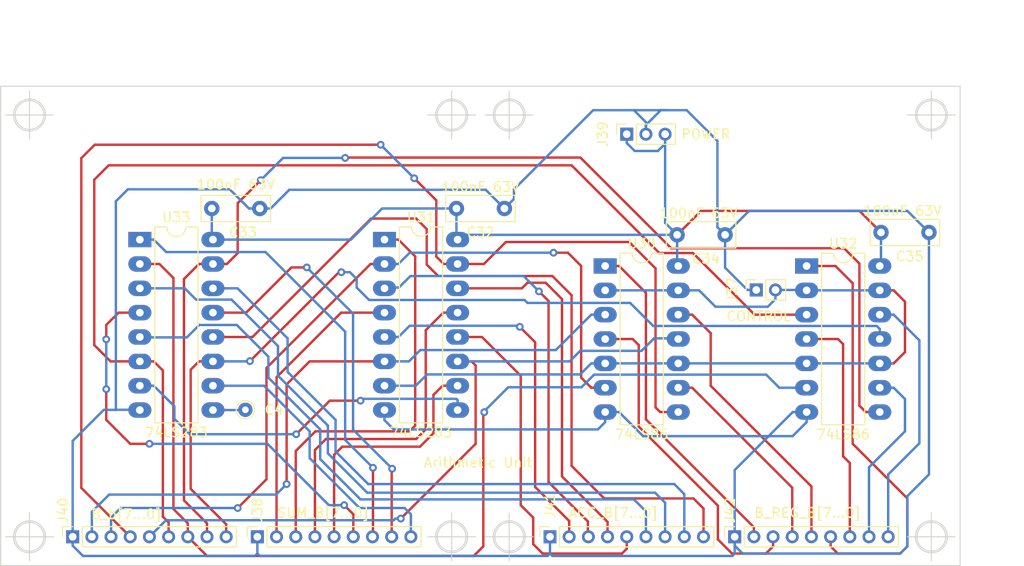
<source format=kicad_pcb>
(kicad_pcb (version 20171130) (host pcbnew 5.1.5+dfsg1-2build2)

  (general
    (thickness 1.6)
    (drawings 24)
    (tracks 473)
    (zones 0)
    (modules 15)
    (nets 38)
  )

  (page A4)
  (title_block
    (title "Arithmetic Unit")
    (date 2021-02-15)
    (rev 2)
    (comment 1 "Tec. Henrique Silva")
  )

  (layers
    (0 F.Cu signal)
    (31 B.Cu signal)
    (32 B.Adhes user)
    (33 F.Adhes user)
    (34 B.Paste user)
    (35 F.Paste user)
    (36 B.SilkS user)
    (37 F.SilkS user)
    (38 B.Mask user)
    (39 F.Mask user)
    (40 Dwgs.User user)
    (41 Cmts.User user)
    (42 Eco1.User user)
    (43 Eco2.User user)
    (44 Edge.Cuts user)
    (45 Margin user)
    (46 B.CrtYd user)
    (47 F.CrtYd user)
    (48 B.Fab user)
    (49 F.Fab user)
  )

  (setup
    (last_trace_width 0.25)
    (trace_clearance 0.25)
    (zone_clearance 0.508)
    (zone_45_only no)
    (trace_min 0.2)
    (via_size 0.8)
    (via_drill 0.4)
    (via_min_size 0.4)
    (via_min_drill 0.3)
    (uvia_size 0.3)
    (uvia_drill 0.1)
    (uvias_allowed no)
    (uvia_min_size 0.2)
    (uvia_min_drill 0.1)
    (edge_width 0.1)
    (segment_width 0.2)
    (pcb_text_width 0.3)
    (pcb_text_size 1.5 1.5)
    (mod_edge_width 0.15)
    (mod_text_size 1 1)
    (mod_text_width 0.15)
    (pad_size 1.524 1.524)
    (pad_drill 0.762)
    (pad_to_mask_clearance 0)
    (aux_axis_origin 0 0)
    (visible_elements FFFFFF7F)
    (pcbplotparams
      (layerselection 0x010fc_ffffffff)
      (usegerberextensions false)
      (usegerberattributes false)
      (usegerberadvancedattributes false)
      (creategerberjobfile false)
      (excludeedgelayer true)
      (linewidth 0.100000)
      (plotframeref false)
      (viasonmask false)
      (mode 1)
      (useauxorigin false)
      (hpglpennumber 1)
      (hpglpenspeed 20)
      (hpglpendiameter 15.000000)
      (psnegative false)
      (psa4output false)
      (plotreference true)
      (plotvalue true)
      (plotinvisibletext false)
      (padsonsilk false)
      (subtractmaskfromsilk false)
      (outputformat 1)
      (mirror false)
      (drillshape 1)
      (scaleselection 1)
      (outputdirectory ""))
  )

  (net 0 "")
  (net 1 GND)
  (net 2 +5V)
  (net 3 \ADD|SUB)
  (net 4 sum_b7)
  (net 5 sum_b6)
  (net 6 sum_b5)
  (net 7 sum_b4)
  (net 8 sum_b3)
  (net 9 sum_b2)
  (net 10 sum_b1)
  (net 11 sum_b0)
  (net 12 B_b7)
  (net 13 B_b6)
  (net 14 B_b5)
  (net 15 B_b4)
  (net 16 B_b3)
  (net 17 B_b2)
  (net 18 B_b1)
  (net 19 B_b0)
  (net 20 acc_b7)
  (net 21 acc_b6)
  (net 22 acc_b5)
  (net 23 acc_b4)
  (net 24 acc_b3)
  (net 25 acc_b2)
  (net 26 acc_b1)
  (net 27 acc_b0)
  (net 28 b_reg_b7)
  (net 29 b_reg_b6)
  (net 30 b_reg_b5)
  (net 31 b_reg_b4)
  (net 32 b_reg_b3)
  (net 33 b_reg_b2)
  (net 34 b_reg_b1)
  (net 35 b_reg_b0)
  (net 36 "Net-(TP35-Pad1)")
  (net 37 "Net-(U31-Pad9)")

  (net_class Default "This is the default net class."
    (clearance 0.25)
    (trace_width 0.25)
    (via_dia 0.8)
    (via_drill 0.4)
    (uvia_dia 0.3)
    (uvia_drill 0.1)
    (add_net +5V)
    (add_net B_b0)
    (add_net B_b1)
    (add_net B_b2)
    (add_net B_b3)
    (add_net B_b4)
    (add_net B_b5)
    (add_net B_b6)
    (add_net B_b7)
    (add_net GND)
    (add_net "Net-(TP35-Pad1)")
    (add_net "Net-(U31-Pad9)")
    (add_net \ADD|SUB)
    (add_net acc_b0)
    (add_net acc_b1)
    (add_net acc_b2)
    (add_net acc_b3)
    (add_net acc_b4)
    (add_net acc_b5)
    (add_net acc_b6)
    (add_net acc_b7)
    (add_net b_reg_b0)
    (add_net b_reg_b1)
    (add_net b_reg_b2)
    (add_net b_reg_b3)
    (add_net b_reg_b4)
    (add_net b_reg_b5)
    (add_net b_reg_b6)
    (add_net b_reg_b7)
    (add_net sum_b0)
    (add_net sum_b1)
    (add_net sum_b2)
    (add_net sum_b3)
    (add_net sum_b4)
    (add_net sum_b5)
    (add_net sum_b6)
    (add_net sum_b7)
  )

  (module Package_DIP:DIP-16_W7.62mm_LongPads (layer F.Cu) (tedit 5A02E8C5) (tstamp 6026EBF8)
    (at 140.5 95)
    (descr "16-lead though-hole mounted DIP package, row spacing 7.62 mm (300 mils), LongPads")
    (tags "THT DIP DIL PDIP 2.54mm 7.62mm 300mil LongPads")
    (path /6094AAB9)
    (fp_text reference U33 (at 3.81 -2.33) (layer F.SilkS)
      (effects (font (size 1 1) (thickness 0.15)))
    )
    (fp_text value 74LS283 (at 3.81 20.11) (layer F.SilkS)
      (effects (font (size 1 1) (thickness 0.15)))
    )
    (fp_text user %R (at 3.81 8.89) (layer F.Fab)
      (effects (font (size 1 1) (thickness 0.15)))
    )
    (fp_line (start 9.1 -1.55) (end -1.45 -1.55) (layer F.CrtYd) (width 0.05))
    (fp_line (start 9.1 19.3) (end 9.1 -1.55) (layer F.CrtYd) (width 0.05))
    (fp_line (start -1.45 19.3) (end 9.1 19.3) (layer F.CrtYd) (width 0.05))
    (fp_line (start -1.45 -1.55) (end -1.45 19.3) (layer F.CrtYd) (width 0.05))
    (fp_line (start 6.06 -1.33) (end 4.81 -1.33) (layer F.SilkS) (width 0.12))
    (fp_line (start 6.06 19.11) (end 6.06 -1.33) (layer F.SilkS) (width 0.12))
    (fp_line (start 1.56 19.11) (end 6.06 19.11) (layer F.SilkS) (width 0.12))
    (fp_line (start 1.56 -1.33) (end 1.56 19.11) (layer F.SilkS) (width 0.12))
    (fp_line (start 2.81 -1.33) (end 1.56 -1.33) (layer F.SilkS) (width 0.12))
    (fp_line (start 0.635 -0.27) (end 1.635 -1.27) (layer F.Fab) (width 0.1))
    (fp_line (start 0.635 19.05) (end 0.635 -0.27) (layer F.Fab) (width 0.1))
    (fp_line (start 6.985 19.05) (end 0.635 19.05) (layer F.Fab) (width 0.1))
    (fp_line (start 6.985 -1.27) (end 6.985 19.05) (layer F.Fab) (width 0.1))
    (fp_line (start 1.635 -1.27) (end 6.985 -1.27) (layer F.Fab) (width 0.1))
    (fp_arc (start 3.81 -1.33) (end 2.81 -1.33) (angle -180) (layer F.SilkS) (width 0.12))
    (pad 16 thru_hole oval (at 7.62 0) (size 2.4 1.6) (drill 0.8) (layers *.Cu *.Mask)
      (net 2 +5V))
    (pad 8 thru_hole oval (at 0 17.78) (size 2.4 1.6) (drill 0.8) (layers *.Cu *.Mask)
      (net 1 GND))
    (pad 15 thru_hole oval (at 7.62 2.54) (size 2.4 1.6) (drill 0.8) (layers *.Cu *.Mask)
      (net 13 B_b6))
    (pad 7 thru_hole oval (at 0 15.24) (size 2.4 1.6) (drill 0.8) (layers *.Cu *.Mask)
      (net 37 "Net-(U31-Pad9)"))
    (pad 14 thru_hole oval (at 7.62 5.08) (size 2.4 1.6) (drill 0.8) (layers *.Cu *.Mask)
      (net 21 acc_b6))
    (pad 6 thru_hole oval (at 0 12.7) (size 2.4 1.6) (drill 0.8) (layers *.Cu *.Mask)
      (net 15 B_b4))
    (pad 13 thru_hole oval (at 7.62 7.62) (size 2.4 1.6) (drill 0.8) (layers *.Cu *.Mask)
      (net 5 sum_b6))
    (pad 5 thru_hole oval (at 0 10.16) (size 2.4 1.6) (drill 0.8) (layers *.Cu *.Mask)
      (net 23 acc_b4))
    (pad 12 thru_hole oval (at 7.62 10.16) (size 2.4 1.6) (drill 0.8) (layers *.Cu *.Mask)
      (net 20 acc_b7))
    (pad 4 thru_hole oval (at 0 7.62) (size 2.4 1.6) (drill 0.8) (layers *.Cu *.Mask)
      (net 7 sum_b4))
    (pad 11 thru_hole oval (at 7.62 12.7) (size 2.4 1.6) (drill 0.8) (layers *.Cu *.Mask)
      (net 12 B_b7))
    (pad 3 thru_hole oval (at 0 5.08) (size 2.4 1.6) (drill 0.8) (layers *.Cu *.Mask)
      (net 22 acc_b5))
    (pad 10 thru_hole oval (at 7.62 15.24) (size 2.4 1.6) (drill 0.8) (layers *.Cu *.Mask)
      (net 4 sum_b7))
    (pad 2 thru_hole oval (at 0 2.54) (size 2.4 1.6) (drill 0.8) (layers *.Cu *.Mask)
      (net 14 B_b5))
    (pad 9 thru_hole oval (at 7.62 17.78) (size 2.4 1.6) (drill 0.8) (layers *.Cu *.Mask)
      (net 36 "Net-(TP35-Pad1)"))
    (pad 1 thru_hole rect (at 0 0) (size 2.4 1.6) (drill 0.8) (layers *.Cu *.Mask)
      (net 6 sum_b5))
    (model ${KISYS3DMOD}/Package_DIP.3dshapes/DIP-16_W7.62mm.wrl
      (at (xyz 0 0 0))
      (scale (xyz 1 1 1))
      (rotate (xyz 0 0 0))
    )
  )

  (module Package_DIP:DIP-14_W7.62mm_LongPads (layer F.Cu) (tedit 5A02E8C5) (tstamp 6026EEB7)
    (at 210 97.75)
    (descr "14-lead though-hole mounted DIP package, row spacing 7.62 mm (300 mils), LongPads")
    (tags "THT DIP DIL PDIP 2.54mm 7.62mm 300mil LongPads")
    (path /601D2B62)
    (fp_text reference U32 (at 3.81 -2.33) (layer F.SilkS)
      (effects (font (size 1 1) (thickness 0.15)))
    )
    (fp_text value 74LS86 (at 3.81 17.57) (layer F.SilkS)
      (effects (font (size 1 1) (thickness 0.15)))
    )
    (fp_text user %R (at 3.81 7.62) (layer F.Fab)
      (effects (font (size 1 1) (thickness 0.15)))
    )
    (fp_line (start 9.1 -1.55) (end -1.45 -1.55) (layer F.CrtYd) (width 0.05))
    (fp_line (start 9.1 16.8) (end 9.1 -1.55) (layer F.CrtYd) (width 0.05))
    (fp_line (start -1.45 16.8) (end 9.1 16.8) (layer F.CrtYd) (width 0.05))
    (fp_line (start -1.45 -1.55) (end -1.45 16.8) (layer F.CrtYd) (width 0.05))
    (fp_line (start 6.06 -1.33) (end 4.81 -1.33) (layer F.SilkS) (width 0.12))
    (fp_line (start 6.06 16.57) (end 6.06 -1.33) (layer F.SilkS) (width 0.12))
    (fp_line (start 1.56 16.57) (end 6.06 16.57) (layer F.SilkS) (width 0.12))
    (fp_line (start 1.56 -1.33) (end 1.56 16.57) (layer F.SilkS) (width 0.12))
    (fp_line (start 2.81 -1.33) (end 1.56 -1.33) (layer F.SilkS) (width 0.12))
    (fp_line (start 0.635 -0.27) (end 1.635 -1.27) (layer F.Fab) (width 0.1))
    (fp_line (start 0.635 16.51) (end 0.635 -0.27) (layer F.Fab) (width 0.1))
    (fp_line (start 6.985 16.51) (end 0.635 16.51) (layer F.Fab) (width 0.1))
    (fp_line (start 6.985 -1.27) (end 6.985 16.51) (layer F.Fab) (width 0.1))
    (fp_line (start 1.635 -1.27) (end 6.985 -1.27) (layer F.Fab) (width 0.1))
    (fp_arc (start 3.81 -1.33) (end 2.81 -1.33) (angle -180) (layer F.SilkS) (width 0.12))
    (pad 14 thru_hole oval (at 7.62 0) (size 2.4 1.6) (drill 0.8) (layers *.Cu *.Mask)
      (net 2 +5V))
    (pad 7 thru_hole oval (at 0 15.24) (size 2.4 1.6) (drill 0.8) (layers *.Cu *.Mask)
      (net 1 GND))
    (pad 13 thru_hole oval (at 7.62 2.54) (size 2.4 1.6) (drill 0.8) (layers *.Cu *.Mask)
      (net 3 \ADD|SUB))
    (pad 6 thru_hole oval (at 0 12.7) (size 2.4 1.6) (drill 0.8) (layers *.Cu *.Mask)
      (net 14 B_b5))
    (pad 12 thru_hole oval (at 7.62 5.08) (size 2.4 1.6) (drill 0.8) (layers *.Cu *.Mask)
      (net 28 b_reg_b7))
    (pad 5 thru_hole oval (at 0 10.16) (size 2.4 1.6) (drill 0.8) (layers *.Cu *.Mask)
      (net 3 \ADD|SUB))
    (pad 11 thru_hole oval (at 7.62 7.62) (size 2.4 1.6) (drill 0.8) (layers *.Cu *.Mask)
      (net 12 B_b7))
    (pad 4 thru_hole oval (at 0 7.62) (size 2.4 1.6) (drill 0.8) (layers *.Cu *.Mask)
      (net 30 b_reg_b5))
    (pad 10 thru_hole oval (at 7.62 10.16) (size 2.4 1.6) (drill 0.8) (layers *.Cu *.Mask)
      (net 3 \ADD|SUB))
    (pad 3 thru_hole oval (at 0 5.08) (size 2.4 1.6) (drill 0.8) (layers *.Cu *.Mask)
      (net 15 B_b4))
    (pad 9 thru_hole oval (at 7.62 12.7) (size 2.4 1.6) (drill 0.8) (layers *.Cu *.Mask)
      (net 29 b_reg_b6))
    (pad 2 thru_hole oval (at 0 2.54) (size 2.4 1.6) (drill 0.8) (layers *.Cu *.Mask)
      (net 3 \ADD|SUB))
    (pad 8 thru_hole oval (at 7.62 15.24) (size 2.4 1.6) (drill 0.8) (layers *.Cu *.Mask)
      (net 13 B_b6))
    (pad 1 thru_hole rect (at 0 0) (size 2.4 1.6) (drill 0.8) (layers *.Cu *.Mask)
      (net 31 b_reg_b4))
    (model ${KISYS3DMOD}/Package_DIP.3dshapes/DIP-14_W7.62mm.wrl
      (at (xyz 0 0 0))
      (scale (xyz 1 1 1))
      (rotate (xyz 0 0 0))
    )
  )

  (module Package_DIP:DIP-16_W7.62mm_LongPads (layer F.Cu) (tedit 5A02E8C5) (tstamp 6026D869)
    (at 166 95)
    (descr "16-lead though-hole mounted DIP package, row spacing 7.62 mm (300 mils), LongPads")
    (tags "THT DIP DIL PDIP 2.54mm 7.62mm 300mil LongPads")
    (path /601BE252)
    (fp_text reference U31 (at 3.81 -2.33) (layer F.SilkS)
      (effects (font (size 1 1) (thickness 0.15)))
    )
    (fp_text value 74LS283 (at 3.81 20.11) (layer F.SilkS)
      (effects (font (size 1 1) (thickness 0.15)))
    )
    (fp_text user %R (at 3.81 8.89) (layer F.Fab)
      (effects (font (size 1 1) (thickness 0.15)))
    )
    (fp_line (start 9.1 -1.55) (end -1.45 -1.55) (layer F.CrtYd) (width 0.05))
    (fp_line (start 9.1 19.3) (end 9.1 -1.55) (layer F.CrtYd) (width 0.05))
    (fp_line (start -1.45 19.3) (end 9.1 19.3) (layer F.CrtYd) (width 0.05))
    (fp_line (start -1.45 -1.55) (end -1.45 19.3) (layer F.CrtYd) (width 0.05))
    (fp_line (start 6.06 -1.33) (end 4.81 -1.33) (layer F.SilkS) (width 0.12))
    (fp_line (start 6.06 19.11) (end 6.06 -1.33) (layer F.SilkS) (width 0.12))
    (fp_line (start 1.56 19.11) (end 6.06 19.11) (layer F.SilkS) (width 0.12))
    (fp_line (start 1.56 -1.33) (end 1.56 19.11) (layer F.SilkS) (width 0.12))
    (fp_line (start 2.81 -1.33) (end 1.56 -1.33) (layer F.SilkS) (width 0.12))
    (fp_line (start 0.635 -0.27) (end 1.635 -1.27) (layer F.Fab) (width 0.1))
    (fp_line (start 0.635 19.05) (end 0.635 -0.27) (layer F.Fab) (width 0.1))
    (fp_line (start 6.985 19.05) (end 0.635 19.05) (layer F.Fab) (width 0.1))
    (fp_line (start 6.985 -1.27) (end 6.985 19.05) (layer F.Fab) (width 0.1))
    (fp_line (start 1.635 -1.27) (end 6.985 -1.27) (layer F.Fab) (width 0.1))
    (fp_arc (start 3.81 -1.33) (end 2.81 -1.33) (angle -180) (layer F.SilkS) (width 0.12))
    (pad 16 thru_hole oval (at 7.62 0) (size 2.4 1.6) (drill 0.8) (layers *.Cu *.Mask)
      (net 2 +5V))
    (pad 8 thru_hole oval (at 0 17.78) (size 2.4 1.6) (drill 0.8) (layers *.Cu *.Mask)
      (net 1 GND))
    (pad 15 thru_hole oval (at 7.62 2.54) (size 2.4 1.6) (drill 0.8) (layers *.Cu *.Mask)
      (net 17 B_b2))
    (pad 7 thru_hole oval (at 0 15.24) (size 2.4 1.6) (drill 0.8) (layers *.Cu *.Mask)
      (net 3 \ADD|SUB))
    (pad 14 thru_hole oval (at 7.62 5.08) (size 2.4 1.6) (drill 0.8) (layers *.Cu *.Mask)
      (net 25 acc_b2))
    (pad 6 thru_hole oval (at 0 12.7) (size 2.4 1.6) (drill 0.8) (layers *.Cu *.Mask)
      (net 19 B_b0))
    (pad 13 thru_hole oval (at 7.62 7.62) (size 2.4 1.6) (drill 0.8) (layers *.Cu *.Mask)
      (net 9 sum_b2))
    (pad 5 thru_hole oval (at 0 10.16) (size 2.4 1.6) (drill 0.8) (layers *.Cu *.Mask)
      (net 27 acc_b0))
    (pad 12 thru_hole oval (at 7.62 10.16) (size 2.4 1.6) (drill 0.8) (layers *.Cu *.Mask)
      (net 24 acc_b3))
    (pad 4 thru_hole oval (at 0 7.62) (size 2.4 1.6) (drill 0.8) (layers *.Cu *.Mask)
      (net 11 sum_b0))
    (pad 11 thru_hole oval (at 7.62 12.7) (size 2.4 1.6) (drill 0.8) (layers *.Cu *.Mask)
      (net 16 B_b3))
    (pad 3 thru_hole oval (at 0 5.08) (size 2.4 1.6) (drill 0.8) (layers *.Cu *.Mask)
      (net 26 acc_b1))
    (pad 10 thru_hole oval (at 7.62 15.24) (size 2.4 1.6) (drill 0.8) (layers *.Cu *.Mask)
      (net 8 sum_b3))
    (pad 2 thru_hole oval (at 0 2.54) (size 2.4 1.6) (drill 0.8) (layers *.Cu *.Mask)
      (net 18 B_b1))
    (pad 9 thru_hole oval (at 7.62 17.78) (size 2.4 1.6) (drill 0.8) (layers *.Cu *.Mask)
      (net 37 "Net-(U31-Pad9)"))
    (pad 1 thru_hole rect (at 0 0) (size 2.4 1.6) (drill 0.8) (layers *.Cu *.Mask)
      (net 10 sum_b1))
    (model ${KISYS3DMOD}/Package_DIP.3dshapes/DIP-16_W7.62mm.wrl
      (at (xyz 0 0 0))
      (scale (xyz 1 1 1))
      (rotate (xyz 0 0 0))
    )
  )

  (module Package_DIP:DIP-14_W7.62mm_LongPads (layer F.Cu) (tedit 5A02E8C5) (tstamp 6026EDB7)
    (at 189 97.75)
    (descr "14-lead though-hole mounted DIP package, row spacing 7.62 mm (300 mils), LongPads")
    (tags "THT DIP DIL PDIP 2.54mm 7.62mm 300mil LongPads")
    (path /601BF9C9)
    (fp_text reference U30 (at 3.81 -2.33) (layer F.SilkS)
      (effects (font (size 1 1) (thickness 0.15)))
    )
    (fp_text value 74LS86 (at 3.81 17.57) (layer F.SilkS)
      (effects (font (size 1 1) (thickness 0.15)))
    )
    (fp_text user %R (at 3.81 7.62) (layer F.Fab)
      (effects (font (size 1 1) (thickness 0.15)))
    )
    (fp_line (start 9.1 -1.55) (end -1.45 -1.55) (layer F.CrtYd) (width 0.05))
    (fp_line (start 9.1 16.8) (end 9.1 -1.55) (layer F.CrtYd) (width 0.05))
    (fp_line (start -1.45 16.8) (end 9.1 16.8) (layer F.CrtYd) (width 0.05))
    (fp_line (start -1.45 -1.55) (end -1.45 16.8) (layer F.CrtYd) (width 0.05))
    (fp_line (start 6.06 -1.33) (end 4.81 -1.33) (layer F.SilkS) (width 0.12))
    (fp_line (start 6.06 16.57) (end 6.06 -1.33) (layer F.SilkS) (width 0.12))
    (fp_line (start 1.56 16.57) (end 6.06 16.57) (layer F.SilkS) (width 0.12))
    (fp_line (start 1.56 -1.33) (end 1.56 16.57) (layer F.SilkS) (width 0.12))
    (fp_line (start 2.81 -1.33) (end 1.56 -1.33) (layer F.SilkS) (width 0.12))
    (fp_line (start 0.635 -0.27) (end 1.635 -1.27) (layer F.Fab) (width 0.1))
    (fp_line (start 0.635 16.51) (end 0.635 -0.27) (layer F.Fab) (width 0.1))
    (fp_line (start 6.985 16.51) (end 0.635 16.51) (layer F.Fab) (width 0.1))
    (fp_line (start 6.985 -1.27) (end 6.985 16.51) (layer F.Fab) (width 0.1))
    (fp_line (start 1.635 -1.27) (end 6.985 -1.27) (layer F.Fab) (width 0.1))
    (fp_arc (start 3.81 -1.33) (end 2.81 -1.33) (angle -180) (layer F.SilkS) (width 0.12))
    (pad 14 thru_hole oval (at 7.62 0) (size 2.4 1.6) (drill 0.8) (layers *.Cu *.Mask)
      (net 2 +5V))
    (pad 7 thru_hole oval (at 0 15.24) (size 2.4 1.6) (drill 0.8) (layers *.Cu *.Mask)
      (net 1 GND))
    (pad 13 thru_hole oval (at 7.62 2.54) (size 2.4 1.6) (drill 0.8) (layers *.Cu *.Mask)
      (net 3 \ADD|SUB))
    (pad 6 thru_hole oval (at 0 12.7) (size 2.4 1.6) (drill 0.8) (layers *.Cu *.Mask)
      (net 18 B_b1))
    (pad 12 thru_hole oval (at 7.62 5.08) (size 2.4 1.6) (drill 0.8) (layers *.Cu *.Mask)
      (net 32 b_reg_b3))
    (pad 5 thru_hole oval (at 0 10.16) (size 2.4 1.6) (drill 0.8) (layers *.Cu *.Mask)
      (net 3 \ADD|SUB))
    (pad 11 thru_hole oval (at 7.62 7.62) (size 2.4 1.6) (drill 0.8) (layers *.Cu *.Mask)
      (net 16 B_b3))
    (pad 4 thru_hole oval (at 0 7.62) (size 2.4 1.6) (drill 0.8) (layers *.Cu *.Mask)
      (net 34 b_reg_b1))
    (pad 10 thru_hole oval (at 7.62 10.16) (size 2.4 1.6) (drill 0.8) (layers *.Cu *.Mask)
      (net 3 \ADD|SUB))
    (pad 3 thru_hole oval (at 0 5.08) (size 2.4 1.6) (drill 0.8) (layers *.Cu *.Mask)
      (net 19 B_b0))
    (pad 9 thru_hole oval (at 7.62 12.7) (size 2.4 1.6) (drill 0.8) (layers *.Cu *.Mask)
      (net 33 b_reg_b2))
    (pad 2 thru_hole oval (at 0 2.54) (size 2.4 1.6) (drill 0.8) (layers *.Cu *.Mask)
      (net 3 \ADD|SUB))
    (pad 8 thru_hole oval (at 7.62 15.24) (size 2.4 1.6) (drill 0.8) (layers *.Cu *.Mask)
      (net 17 B_b2))
    (pad 1 thru_hole rect (at 0 0) (size 2.4 1.6) (drill 0.8) (layers *.Cu *.Mask)
      (net 35 b_reg_b0))
    (model ${KISYS3DMOD}/Package_DIP.3dshapes/DIP-14_W7.62mm.wrl
      (at (xyz 0 0 0))
      (scale (xyz 1 1 1))
      (rotate (xyz 0 0 0))
    )
  )

  (module TestPoint:TestPoint_THTPad_D1.5mm_Drill0.7mm (layer F.Cu) (tedit 5A0F774F) (tstamp 6026EBC7)
    (at 151.5 112.75)
    (descr "THT pad as test Point, diameter 1.5mm, hole diameter 0.7mm")
    (tags "test point THT pad")
    (path /64915243)
    (attr virtual)
    (fp_text reference TP35 (at 0.5 -2) (layer F.Fab)
      (effects (font (size 1 1) (thickness 0.15)))
    )
    (fp_text value C4 (at 3 0) (layer F.SilkS)
      (effects (font (size 1 1) (thickness 0.15)))
    )
    (fp_circle (center 0 0) (end 0 0.95) (layer F.SilkS) (width 0.12))
    (fp_circle (center 0 0) (end 1.25 0) (layer F.CrtYd) (width 0.05))
    (fp_text user %R (at 0.5 -2) (layer F.Fab)
      (effects (font (size 1 1) (thickness 0.15)))
    )
    (pad 1 thru_hole circle (at 0 0) (size 1.5 1.5) (drill 0.7) (layers *.Cu *.Mask)
      (net 36 "Net-(TP35-Pad1)"))
  )

  (module Connector_PinSocket_2.00mm:PinSocket_1x09_P2.00mm_Vertical (layer F.Cu) (tedit 5A19A42B) (tstamp 6026E222)
    (at 202.5 126 90)
    (descr "Through hole straight socket strip, 1x09, 2.00mm pitch, single row (from Kicad 4.0.7), script generated")
    (tags "Through hole socket strip THT 1x09 2.00mm single row")
    (path /616E810A)
    (fp_text reference J42 (at 2.75 -0.5 90) (layer F.SilkS)
      (effects (font (size 1 1) (thickness 0.15)))
    )
    (fp_text value B_REG_B[7...0] (at 2.5 7.6) (layer F.SilkS)
      (effects (font (size 1 1) (thickness 0.15)))
    )
    (fp_text user %R (at 0 8) (layer F.Fab)
      (effects (font (size 1 1) (thickness 0.15)))
    )
    (fp_line (start -1.5 17.5) (end -1.5 -1.5) (layer F.CrtYd) (width 0.05))
    (fp_line (start 1.5 17.5) (end -1.5 17.5) (layer F.CrtYd) (width 0.05))
    (fp_line (start 1.5 -1.5) (end 1.5 17.5) (layer F.CrtYd) (width 0.05))
    (fp_line (start -1.5 -1.5) (end 1.5 -1.5) (layer F.CrtYd) (width 0.05))
    (fp_line (start 0 -1.06) (end 1.06 -1.06) (layer F.SilkS) (width 0.12))
    (fp_line (start 1.06 -1.06) (end 1.06 0) (layer F.SilkS) (width 0.12))
    (fp_line (start 1.06 1) (end 1.06 17.06) (layer F.SilkS) (width 0.12))
    (fp_line (start -1.06 17.06) (end 1.06 17.06) (layer F.SilkS) (width 0.12))
    (fp_line (start -1.06 1) (end -1.06 17.06) (layer F.SilkS) (width 0.12))
    (fp_line (start -1.06 1) (end 1.06 1) (layer F.SilkS) (width 0.12))
    (fp_line (start -1 17) (end -1 -1) (layer F.Fab) (width 0.1))
    (fp_line (start 1 17) (end -1 17) (layer F.Fab) (width 0.1))
    (fp_line (start 1 -0.5) (end 1 17) (layer F.Fab) (width 0.1))
    (fp_line (start 0.5 -1) (end 1 -0.5) (layer F.Fab) (width 0.1))
    (fp_line (start -1 -1) (end 0.5 -1) (layer F.Fab) (width 0.1))
    (pad 9 thru_hole oval (at 0 16 90) (size 1.35 1.35) (drill 0.8) (layers *.Cu *.Mask)
      (net 28 b_reg_b7))
    (pad 8 thru_hole oval (at 0 14 90) (size 1.35 1.35) (drill 0.8) (layers *.Cu *.Mask)
      (net 29 b_reg_b6))
    (pad 7 thru_hole oval (at 0 12 90) (size 1.35 1.35) (drill 0.8) (layers *.Cu *.Mask)
      (net 30 b_reg_b5))
    (pad 6 thru_hole oval (at 0 10 90) (size 1.35 1.35) (drill 0.8) (layers *.Cu *.Mask)
      (net 31 b_reg_b4))
    (pad 5 thru_hole oval (at 0 8 90) (size 1.35 1.35) (drill 0.8) (layers *.Cu *.Mask)
      (net 32 b_reg_b3))
    (pad 4 thru_hole oval (at 0 6 90) (size 1.35 1.35) (drill 0.8) (layers *.Cu *.Mask)
      (net 33 b_reg_b2))
    (pad 3 thru_hole oval (at 0 4 90) (size 1.35 1.35) (drill 0.8) (layers *.Cu *.Mask)
      (net 34 b_reg_b1))
    (pad 2 thru_hole oval (at 0 2 90) (size 1.35 1.35) (drill 0.8) (layers *.Cu *.Mask)
      (net 35 b_reg_b0))
    (pad 1 thru_hole rect (at 0 0 90) (size 1.35 1.35) (drill 0.8) (layers *.Cu *.Mask)
      (net 1 GND))
    (model ${KISYS3DMOD}/Connector_PinSocket_2.00mm.3dshapes/PinSocket_1x09_P2.00mm_Vertical.wrl
      (at (xyz 0 0 0))
      (scale (xyz 1 1 1))
      (rotate (xyz 0 0 0))
    )
  )

  (module Connector_PinSocket_2.00mm:PinSocket_1x09_P2.00mm_Vertical (layer F.Cu) (tedit 5A19A42B) (tstamp 6026D7FE)
    (at 183.25 126 90)
    (descr "Through hole straight socket strip, 1x09, 2.00mm pitch, single row (from Kicad 4.0.7), script generated")
    (tags "Through hole socket strip THT 1x09 2.00mm single row")
    (path /616926E2)
    (fp_text reference J41 (at 3.25 0 90) (layer F.SilkS)
      (effects (font (size 1 1) (thickness 0.15)))
    )
    (fp_text value ACC_B[7...0] (at 2.5 6.6) (layer F.SilkS)
      (effects (font (size 1 1) (thickness 0.15)))
    )
    (fp_text user %R (at 0 8) (layer F.Fab)
      (effects (font (size 1 1) (thickness 0.15)))
    )
    (fp_line (start -1.5 17.5) (end -1.5 -1.5) (layer F.CrtYd) (width 0.05))
    (fp_line (start 1.5 17.5) (end -1.5 17.5) (layer F.CrtYd) (width 0.05))
    (fp_line (start 1.5 -1.5) (end 1.5 17.5) (layer F.CrtYd) (width 0.05))
    (fp_line (start -1.5 -1.5) (end 1.5 -1.5) (layer F.CrtYd) (width 0.05))
    (fp_line (start 0 -1.06) (end 1.06 -1.06) (layer F.SilkS) (width 0.12))
    (fp_line (start 1.06 -1.06) (end 1.06 0) (layer F.SilkS) (width 0.12))
    (fp_line (start 1.06 1) (end 1.06 17.06) (layer F.SilkS) (width 0.12))
    (fp_line (start -1.06 17.06) (end 1.06 17.06) (layer F.SilkS) (width 0.12))
    (fp_line (start -1.06 1) (end -1.06 17.06) (layer F.SilkS) (width 0.12))
    (fp_line (start -1.06 1) (end 1.06 1) (layer F.SilkS) (width 0.12))
    (fp_line (start -1 17) (end -1 -1) (layer F.Fab) (width 0.1))
    (fp_line (start 1 17) (end -1 17) (layer F.Fab) (width 0.1))
    (fp_line (start 1 -0.5) (end 1 17) (layer F.Fab) (width 0.1))
    (fp_line (start 0.5 -1) (end 1 -0.5) (layer F.Fab) (width 0.1))
    (fp_line (start -1 -1) (end 0.5 -1) (layer F.Fab) (width 0.1))
    (pad 9 thru_hole oval (at 0 16 90) (size 1.35 1.35) (drill 0.8) (layers *.Cu *.Mask)
      (net 20 acc_b7))
    (pad 8 thru_hole oval (at 0 14 90) (size 1.35 1.35) (drill 0.8) (layers *.Cu *.Mask)
      (net 21 acc_b6))
    (pad 7 thru_hole oval (at 0 12 90) (size 1.35 1.35) (drill 0.8) (layers *.Cu *.Mask)
      (net 22 acc_b5))
    (pad 6 thru_hole oval (at 0 10 90) (size 1.35 1.35) (drill 0.8) (layers *.Cu *.Mask)
      (net 23 acc_b4))
    (pad 5 thru_hole oval (at 0 8 90) (size 1.35 1.35) (drill 0.8) (layers *.Cu *.Mask)
      (net 24 acc_b3))
    (pad 4 thru_hole oval (at 0 6 90) (size 1.35 1.35) (drill 0.8) (layers *.Cu *.Mask)
      (net 25 acc_b2))
    (pad 3 thru_hole oval (at 0 4 90) (size 1.35 1.35) (drill 0.8) (layers *.Cu *.Mask)
      (net 26 acc_b1))
    (pad 2 thru_hole oval (at 0 2 90) (size 1.35 1.35) (drill 0.8) (layers *.Cu *.Mask)
      (net 27 acc_b0))
    (pad 1 thru_hole rect (at 0 0 90) (size 1.35 1.35) (drill 0.8) (layers *.Cu *.Mask)
      (net 1 GND))
    (model ${KISYS3DMOD}/Connector_PinSocket_2.00mm.3dshapes/PinSocket_1x09_P2.00mm_Vertical.wrl
      (at (xyz 0 0 0))
      (scale (xyz 1 1 1))
      (rotate (xyz 0 0 0))
    )
  )

  (module Connector_PinSocket_2.00mm:PinSocket_1x09_P2.00mm_Vertical (layer F.Cu) (tedit 5A19A42B) (tstamp 6026EB88)
    (at 133.5 126 90)
    (descr "Through hole straight socket strip, 1x09, 2.00mm pitch, single row (from Kicad 4.0.7), script generated")
    (tags "Through hole socket strip THT 1x09 2.00mm single row")
    (path /615FC0F8)
    (fp_text reference J40 (at 2.75 -1 90) (layer F.SilkS)
      (effects (font (size 1 1) (thickness 0.15)))
    )
    (fp_text value B_b[7...0] (at 2.35 5.6) (layer F.SilkS)
      (effects (font (size 1 1) (thickness 0.15)))
    )
    (fp_text user %R (at 0 8) (layer F.Fab)
      (effects (font (size 1 1) (thickness 0.15)))
    )
    (fp_line (start -1.5 17.5) (end -1.5 -1.5) (layer F.CrtYd) (width 0.05))
    (fp_line (start 1.5 17.5) (end -1.5 17.5) (layer F.CrtYd) (width 0.05))
    (fp_line (start 1.5 -1.5) (end 1.5 17.5) (layer F.CrtYd) (width 0.05))
    (fp_line (start -1.5 -1.5) (end 1.5 -1.5) (layer F.CrtYd) (width 0.05))
    (fp_line (start 0 -1.06) (end 1.06 -1.06) (layer F.SilkS) (width 0.12))
    (fp_line (start 1.06 -1.06) (end 1.06 0) (layer F.SilkS) (width 0.12))
    (fp_line (start 1.06 1) (end 1.06 17.06) (layer F.SilkS) (width 0.12))
    (fp_line (start -1.06 17.06) (end 1.06 17.06) (layer F.SilkS) (width 0.12))
    (fp_line (start -1.06 1) (end -1.06 17.06) (layer F.SilkS) (width 0.12))
    (fp_line (start -1.06 1) (end 1.06 1) (layer F.SilkS) (width 0.12))
    (fp_line (start -1 17) (end -1 -1) (layer F.Fab) (width 0.1))
    (fp_line (start 1 17) (end -1 17) (layer F.Fab) (width 0.1))
    (fp_line (start 1 -0.5) (end 1 17) (layer F.Fab) (width 0.1))
    (fp_line (start 0.5 -1) (end 1 -0.5) (layer F.Fab) (width 0.1))
    (fp_line (start -1 -1) (end 0.5 -1) (layer F.Fab) (width 0.1))
    (pad 9 thru_hole oval (at 0 16 90) (size 1.35 1.35) (drill 0.8) (layers *.Cu *.Mask)
      (net 12 B_b7))
    (pad 8 thru_hole oval (at 0 14 90) (size 1.35 1.35) (drill 0.8) (layers *.Cu *.Mask)
      (net 13 B_b6))
    (pad 7 thru_hole oval (at 0 12 90) (size 1.35 1.35) (drill 0.8) (layers *.Cu *.Mask)
      (net 14 B_b5))
    (pad 6 thru_hole oval (at 0 10 90) (size 1.35 1.35) (drill 0.8) (layers *.Cu *.Mask)
      (net 15 B_b4))
    (pad 5 thru_hole oval (at 0 8 90) (size 1.35 1.35) (drill 0.8) (layers *.Cu *.Mask)
      (net 16 B_b3))
    (pad 4 thru_hole oval (at 0 6 90) (size 1.35 1.35) (drill 0.8) (layers *.Cu *.Mask)
      (net 17 B_b2))
    (pad 3 thru_hole oval (at 0 4 90) (size 1.35 1.35) (drill 0.8) (layers *.Cu *.Mask)
      (net 18 B_b1))
    (pad 2 thru_hole oval (at 0 2 90) (size 1.35 1.35) (drill 0.8) (layers *.Cu *.Mask)
      (net 19 B_b0))
    (pad 1 thru_hole rect (at 0 0 90) (size 1.35 1.35) (drill 0.8) (layers *.Cu *.Mask)
      (net 1 GND))
    (model ${KISYS3DMOD}/Connector_PinSocket_2.00mm.3dshapes/PinSocket_1x09_P2.00mm_Vertical.wrl
      (at (xyz 0 0 0))
      (scale (xyz 1 1 1))
      (rotate (xyz 0 0 0))
    )
  )

  (module Connector_PinSocket_2.00mm:PinSocket_1x03_P2.00mm_Vertical (layer F.Cu) (tedit 5A19A42B) (tstamp 6026D7C4)
    (at 191.25 84 90)
    (descr "Through hole straight socket strip, 1x03, 2.00mm pitch, single row (from Kicad 4.0.7), script generated")
    (tags "Through hole socket strip THT 1x03 2.00mm single row")
    (path /6151DE57)
    (fp_text reference J39 (at 0 -2.5 90) (layer F.SilkS)
      (effects (font (size 1 1) (thickness 0.15)))
    )
    (fp_text value POWER (at 0 8.25) (layer F.SilkS)
      (effects (font (size 1 1) (thickness 0.15)))
    )
    (fp_text user %R (at 0 2) (layer F.Fab)
      (effects (font (size 1 1) (thickness 0.15)))
    )
    (fp_line (start -1.5 5.5) (end -1.5 -1.5) (layer F.CrtYd) (width 0.05))
    (fp_line (start 1.5 5.5) (end -1.5 5.5) (layer F.CrtYd) (width 0.05))
    (fp_line (start 1.5 -1.5) (end 1.5 5.5) (layer F.CrtYd) (width 0.05))
    (fp_line (start -1.5 -1.5) (end 1.5 -1.5) (layer F.CrtYd) (width 0.05))
    (fp_line (start 0 -1.06) (end 1.06 -1.06) (layer F.SilkS) (width 0.12))
    (fp_line (start 1.06 -1.06) (end 1.06 0) (layer F.SilkS) (width 0.12))
    (fp_line (start 1.06 1) (end 1.06 5.06) (layer F.SilkS) (width 0.12))
    (fp_line (start -1.06 5.06) (end 1.06 5.06) (layer F.SilkS) (width 0.12))
    (fp_line (start -1.06 1) (end -1.06 5.06) (layer F.SilkS) (width 0.12))
    (fp_line (start -1.06 1) (end 1.06 1) (layer F.SilkS) (width 0.12))
    (fp_line (start -1 5) (end -1 -1) (layer F.Fab) (width 0.1))
    (fp_line (start 1 5) (end -1 5) (layer F.Fab) (width 0.1))
    (fp_line (start 1 -0.5) (end 1 5) (layer F.Fab) (width 0.1))
    (fp_line (start 0.5 -1) (end 1 -0.5) (layer F.Fab) (width 0.1))
    (fp_line (start -1 -1) (end 0.5 -1) (layer F.Fab) (width 0.1))
    (pad 3 thru_hole oval (at 0 4 90) (size 1.35 1.35) (drill 0.8) (layers *.Cu *.Mask)
      (net 2 +5V))
    (pad 2 thru_hole oval (at 0 2 90) (size 1.35 1.35) (drill 0.8) (layers *.Cu *.Mask)
      (net 1 GND))
    (pad 1 thru_hole rect (at 0 0 90) (size 1.35 1.35) (drill 0.8) (layers *.Cu *.Mask)
      (net 2 +5V))
    (model ${KISYS3DMOD}/Connector_PinSocket_2.00mm.3dshapes/PinSocket_1x03_P2.00mm_Vertical.wrl
      (at (xyz 0 0 0))
      (scale (xyz 1 1 1))
      (rotate (xyz 0 0 0))
    )
  )

  (module Connector_PinSocket_2.00mm:PinSocket_1x09_P2.00mm_Vertical (layer F.Cu) (tedit 5A19A42B) (tstamp 6026F626)
    (at 152.75 126 90)
    (descr "Through hole straight socket strip, 1x09, 2.00mm pitch, single row (from Kicad 4.0.7), script generated")
    (tags "Through hole socket strip THT 1x09 2.00mm single row")
    (path /6159A8C2)
    (fp_text reference J38 (at 2.75 0 90) (layer F.SilkS)
      (effects (font (size 1 1) (thickness 0.15)))
    )
    (fp_text value SUM_B[7...0] (at 2.5 6.85) (layer F.SilkS)
      (effects (font (size 1 1) (thickness 0.15)))
    )
    (fp_text user %R (at 0 8) (layer F.Fab)
      (effects (font (size 1 1) (thickness 0.15)))
    )
    (fp_line (start -1.5 17.5) (end -1.5 -1.5) (layer F.CrtYd) (width 0.05))
    (fp_line (start 1.5 17.5) (end -1.5 17.5) (layer F.CrtYd) (width 0.05))
    (fp_line (start 1.5 -1.5) (end 1.5 17.5) (layer F.CrtYd) (width 0.05))
    (fp_line (start -1.5 -1.5) (end 1.5 -1.5) (layer F.CrtYd) (width 0.05))
    (fp_line (start 0 -1.06) (end 1.06 -1.06) (layer F.SilkS) (width 0.12))
    (fp_line (start 1.06 -1.06) (end 1.06 0) (layer F.SilkS) (width 0.12))
    (fp_line (start 1.06 1) (end 1.06 17.06) (layer F.SilkS) (width 0.12))
    (fp_line (start -1.06 17.06) (end 1.06 17.06) (layer F.SilkS) (width 0.12))
    (fp_line (start -1.06 1) (end -1.06 17.06) (layer F.SilkS) (width 0.12))
    (fp_line (start -1.06 1) (end 1.06 1) (layer F.SilkS) (width 0.12))
    (fp_line (start -1 17) (end -1 -1) (layer F.Fab) (width 0.1))
    (fp_line (start 1 17) (end -1 17) (layer F.Fab) (width 0.1))
    (fp_line (start 1 -0.5) (end 1 17) (layer F.Fab) (width 0.1))
    (fp_line (start 0.5 -1) (end 1 -0.5) (layer F.Fab) (width 0.1))
    (fp_line (start -1 -1) (end 0.5 -1) (layer F.Fab) (width 0.1))
    (pad 9 thru_hole oval (at 0 16 90) (size 1.35 1.35) (drill 0.8) (layers *.Cu *.Mask)
      (net 4 sum_b7))
    (pad 8 thru_hole oval (at 0 14 90) (size 1.35 1.35) (drill 0.8) (layers *.Cu *.Mask)
      (net 5 sum_b6))
    (pad 7 thru_hole oval (at 0 12 90) (size 1.35 1.35) (drill 0.8) (layers *.Cu *.Mask)
      (net 6 sum_b5))
    (pad 6 thru_hole oval (at 0 10 90) (size 1.35 1.35) (drill 0.8) (layers *.Cu *.Mask)
      (net 7 sum_b4))
    (pad 5 thru_hole oval (at 0 8 90) (size 1.35 1.35) (drill 0.8) (layers *.Cu *.Mask)
      (net 8 sum_b3))
    (pad 4 thru_hole oval (at 0 6 90) (size 1.35 1.35) (drill 0.8) (layers *.Cu *.Mask)
      (net 9 sum_b2))
    (pad 3 thru_hole oval (at 0 4 90) (size 1.35 1.35) (drill 0.8) (layers *.Cu *.Mask)
      (net 10 sum_b1))
    (pad 2 thru_hole oval (at 0 2 90) (size 1.35 1.35) (drill 0.8) (layers *.Cu *.Mask)
      (net 11 sum_b0))
    (pad 1 thru_hole rect (at 0 0 90) (size 1.35 1.35) (drill 0.8) (layers *.Cu *.Mask)
      (net 1 GND))
    (model ${KISYS3DMOD}/Connector_PinSocket_2.00mm.3dshapes/PinSocket_1x09_P2.00mm_Vertical.wrl
      (at (xyz 0 0 0))
      (scale (xyz 1 1 1))
      (rotate (xyz 0 0 0))
    )
  )

  (module Connector_PinSocket_2.00mm:PinSocket_1x02_P2.00mm_Vertical (layer F.Cu) (tedit 5A19A42F) (tstamp 6026D790)
    (at 204.75 100.25 90)
    (descr "Through hole straight socket strip, 1x02, 2.00mm pitch, single row (from Kicad 4.0.7), script generated")
    (tags "Through hole socket strip THT 1x02 2.00mm single row")
    (path /6151DE42)
    (fp_text reference J37 (at 0 -2.5 90) (layer F.SilkS)
      (effects (font (size 1 1) (thickness 0.15)))
    )
    (fp_text value CONTROL (at -2.75 0.25) (layer F.SilkS)
      (effects (font (size 1 1) (thickness 0.15)))
    )
    (fp_text user %R (at 0 1) (layer F.Fab)
      (effects (font (size 1 1) (thickness 0.15)))
    )
    (fp_line (start -1.5 3.5) (end -1.5 -1.5) (layer F.CrtYd) (width 0.05))
    (fp_line (start 1.5 3.5) (end -1.5 3.5) (layer F.CrtYd) (width 0.05))
    (fp_line (start 1.5 -1.5) (end 1.5 3.5) (layer F.CrtYd) (width 0.05))
    (fp_line (start -1.5 -1.5) (end 1.5 -1.5) (layer F.CrtYd) (width 0.05))
    (fp_line (start 0 -1.06) (end 1.06 -1.06) (layer F.SilkS) (width 0.12))
    (fp_line (start 1.06 -1.06) (end 1.06 0) (layer F.SilkS) (width 0.12))
    (fp_line (start 1.06 1) (end 1.06 3.06) (layer F.SilkS) (width 0.12))
    (fp_line (start -1.06 3.06) (end 1.06 3.06) (layer F.SilkS) (width 0.12))
    (fp_line (start -1.06 1) (end -1.06 3.06) (layer F.SilkS) (width 0.12))
    (fp_line (start -1.06 1) (end 1.06 1) (layer F.SilkS) (width 0.12))
    (fp_line (start -1 3) (end -1 -1) (layer F.Fab) (width 0.1))
    (fp_line (start 1 3) (end -1 3) (layer F.Fab) (width 0.1))
    (fp_line (start 1 -0.5) (end 1 3) (layer F.Fab) (width 0.1))
    (fp_line (start 0.5 -1) (end 1 -0.5) (layer F.Fab) (width 0.1))
    (fp_line (start -1 -1) (end 0.5 -1) (layer F.Fab) (width 0.1))
    (pad 2 thru_hole oval (at 0 2 90) (size 1.35 1.35) (drill 0.8) (layers *.Cu *.Mask)
      (net 3 \ADD|SUB))
    (pad 1 thru_hole rect (at 0 0 90) (size 1.35 1.35) (drill 0.8) (layers *.Cu *.Mask)
      (net 1 GND))
    (model ${KISYS3DMOD}/Connector_PinSocket_2.00mm.3dshapes/PinSocket_1x02_P2.00mm_Vertical.wrl
      (at (xyz 0 0 0))
      (scale (xyz 1 1 1))
      (rotate (xyz 0 0 0))
    )
  )

  (module Capacitor_THT:C_Rect_L7.0mm_W2.5mm_P5.00mm (layer F.Cu) (tedit 5AE50EF0) (tstamp 6026F1DB)
    (at 217.75 94.25)
    (descr "C, Rect series, Radial, pin pitch=5.00mm, , length*width=7*2.5mm^2, Capacitor")
    (tags "C Rect series Radial pin pitch 5.00mm  length 7mm width 2.5mm Capacitor")
    (path /602921F6)
    (fp_text reference C35 (at 3 2.5) (layer F.SilkS)
      (effects (font (size 1 1) (thickness 0.15)))
    )
    (fp_text value "100nF 63V" (at 2.25 -2.25) (layer F.SilkS)
      (effects (font (size 1 1) (thickness 0.15)))
    )
    (fp_text user %R (at 2.5 0) (layer F.Fab)
      (effects (font (size 1 1) (thickness 0.15)))
    )
    (fp_line (start 6.25 -1.5) (end -1.25 -1.5) (layer F.CrtYd) (width 0.05))
    (fp_line (start 6.25 1.5) (end 6.25 -1.5) (layer F.CrtYd) (width 0.05))
    (fp_line (start -1.25 1.5) (end 6.25 1.5) (layer F.CrtYd) (width 0.05))
    (fp_line (start -1.25 -1.5) (end -1.25 1.5) (layer F.CrtYd) (width 0.05))
    (fp_line (start 6.12 -1.37) (end 6.12 1.37) (layer F.SilkS) (width 0.12))
    (fp_line (start -1.12 -1.37) (end -1.12 1.37) (layer F.SilkS) (width 0.12))
    (fp_line (start -1.12 1.37) (end 6.12 1.37) (layer F.SilkS) (width 0.12))
    (fp_line (start -1.12 -1.37) (end 6.12 -1.37) (layer F.SilkS) (width 0.12))
    (fp_line (start 6 -1.25) (end -1 -1.25) (layer F.Fab) (width 0.1))
    (fp_line (start 6 1.25) (end 6 -1.25) (layer F.Fab) (width 0.1))
    (fp_line (start -1 1.25) (end 6 1.25) (layer F.Fab) (width 0.1))
    (fp_line (start -1 -1.25) (end -1 1.25) (layer F.Fab) (width 0.1))
    (pad 2 thru_hole circle (at 5 0) (size 1.6 1.6) (drill 0.8) (layers *.Cu *.Mask)
      (net 1 GND))
    (pad 1 thru_hole circle (at 0 0) (size 1.6 1.6) (drill 0.8) (layers *.Cu *.Mask)
      (net 2 +5V))
    (model ${KISYS3DMOD}/Capacitor_THT.3dshapes/C_Rect_L7.0mm_W2.5mm_P5.00mm.wrl
      (at (xyz 0 0 0))
      (scale (xyz 1 1 1))
      (rotate (xyz 0 0 0))
    )
  )

  (module Capacitor_THT:C_Rect_L7.0mm_W2.5mm_P5.00mm (layer F.Cu) (tedit 5AE50EF0) (tstamp 6026D767)
    (at 196.5 94.5)
    (descr "C, Rect series, Radial, pin pitch=5.00mm, , length*width=7*2.5mm^2, Capacitor")
    (tags "C Rect series Radial pin pitch 5.00mm  length 7mm width 2.5mm Capacitor")
    (path /6028C542)
    (fp_text reference C34 (at 3 2.5) (layer F.SilkS)
      (effects (font (size 1 1) (thickness 0.15)))
    )
    (fp_text value "100nF 63V" (at 2.25 -2.25) (layer F.SilkS)
      (effects (font (size 1 1) (thickness 0.15)))
    )
    (fp_text user %R (at 2.5 0) (layer F.Fab)
      (effects (font (size 1 1) (thickness 0.15)))
    )
    (fp_line (start 6.25 -1.5) (end -1.25 -1.5) (layer F.CrtYd) (width 0.05))
    (fp_line (start 6.25 1.5) (end 6.25 -1.5) (layer F.CrtYd) (width 0.05))
    (fp_line (start -1.25 1.5) (end 6.25 1.5) (layer F.CrtYd) (width 0.05))
    (fp_line (start -1.25 -1.5) (end -1.25 1.5) (layer F.CrtYd) (width 0.05))
    (fp_line (start 6.12 -1.37) (end 6.12 1.37) (layer F.SilkS) (width 0.12))
    (fp_line (start -1.12 -1.37) (end -1.12 1.37) (layer F.SilkS) (width 0.12))
    (fp_line (start -1.12 1.37) (end 6.12 1.37) (layer F.SilkS) (width 0.12))
    (fp_line (start -1.12 -1.37) (end 6.12 -1.37) (layer F.SilkS) (width 0.12))
    (fp_line (start 6 -1.25) (end -1 -1.25) (layer F.Fab) (width 0.1))
    (fp_line (start 6 1.25) (end 6 -1.25) (layer F.Fab) (width 0.1))
    (fp_line (start -1 1.25) (end 6 1.25) (layer F.Fab) (width 0.1))
    (fp_line (start -1 -1.25) (end -1 1.25) (layer F.Fab) (width 0.1))
    (pad 2 thru_hole circle (at 5 0) (size 1.6 1.6) (drill 0.8) (layers *.Cu *.Mask)
      (net 1 GND))
    (pad 1 thru_hole circle (at 0 0) (size 1.6 1.6) (drill 0.8) (layers *.Cu *.Mask)
      (net 2 +5V))
    (model ${KISYS3DMOD}/Capacitor_THT.3dshapes/C_Rect_L7.0mm_W2.5mm_P5.00mm.wrl
      (at (xyz 0 0 0))
      (scale (xyz 1 1 1))
      (rotate (xyz 0 0 0))
    )
  )

  (module Capacitor_THT:C_Rect_L7.0mm_W2.5mm_P5.00mm (layer F.Cu) (tedit 5AE50EF0) (tstamp 6026D754)
    (at 148 91.75)
    (descr "C, Rect series, Radial, pin pitch=5.00mm, , length*width=7*2.5mm^2, Capacitor")
    (tags "C Rect series Radial pin pitch 5.00mm  length 7mm width 2.5mm Capacitor")
    (path /602898D7)
    (fp_text reference C33 (at 3.25 2.5) (layer F.SilkS)
      (effects (font (size 1 1) (thickness 0.15)))
    )
    (fp_text value "100nF 63V" (at 2.5 -2.5) (layer F.SilkS)
      (effects (font (size 1 1) (thickness 0.15)))
    )
    (fp_text user %R (at 2.5 0) (layer F.Fab)
      (effects (font (size 1 1) (thickness 0.15)))
    )
    (fp_line (start 6.25 -1.5) (end -1.25 -1.5) (layer F.CrtYd) (width 0.05))
    (fp_line (start 6.25 1.5) (end 6.25 -1.5) (layer F.CrtYd) (width 0.05))
    (fp_line (start -1.25 1.5) (end 6.25 1.5) (layer F.CrtYd) (width 0.05))
    (fp_line (start -1.25 -1.5) (end -1.25 1.5) (layer F.CrtYd) (width 0.05))
    (fp_line (start 6.12 -1.37) (end 6.12 1.37) (layer F.SilkS) (width 0.12))
    (fp_line (start -1.12 -1.37) (end -1.12 1.37) (layer F.SilkS) (width 0.12))
    (fp_line (start -1.12 1.37) (end 6.12 1.37) (layer F.SilkS) (width 0.12))
    (fp_line (start -1.12 -1.37) (end 6.12 -1.37) (layer F.SilkS) (width 0.12))
    (fp_line (start 6 -1.25) (end -1 -1.25) (layer F.Fab) (width 0.1))
    (fp_line (start 6 1.25) (end 6 -1.25) (layer F.Fab) (width 0.1))
    (fp_line (start -1 1.25) (end 6 1.25) (layer F.Fab) (width 0.1))
    (fp_line (start -1 -1.25) (end -1 1.25) (layer F.Fab) (width 0.1))
    (pad 2 thru_hole circle (at 5 0) (size 1.6 1.6) (drill 0.8) (layers *.Cu *.Mask)
      (net 1 GND))
    (pad 1 thru_hole circle (at 0 0) (size 1.6 1.6) (drill 0.8) (layers *.Cu *.Mask)
      (net 2 +5V))
    (model ${KISYS3DMOD}/Capacitor_THT.3dshapes/C_Rect_L7.0mm_W2.5mm_P5.00mm.wrl
      (at (xyz 0 0 0))
      (scale (xyz 1 1 1))
      (rotate (xyz 0 0 0))
    )
  )

  (module Capacitor_THT:C_Rect_L7.0mm_W2.5mm_P5.00mm (layer F.Cu) (tedit 5AE50EF0) (tstamp 6026E8F7)
    (at 173.5 91.75)
    (descr "C, Rect series, Radial, pin pitch=5.00mm, , length*width=7*2.5mm^2, Capacitor")
    (tags "C Rect series Radial pin pitch 5.00mm  length 7mm width 2.5mm Capacitor")
    (path /60286D53)
    (fp_text reference C32 (at 2.5 2.5) (layer F.SilkS)
      (effects (font (size 1 1) (thickness 0.15)))
    )
    (fp_text value "100nF 63V" (at 2.5 -2.25) (layer F.SilkS)
      (effects (font (size 1 1) (thickness 0.15)))
    )
    (fp_text user %R (at 2.5 0) (layer F.Fab)
      (effects (font (size 1 1) (thickness 0.15)))
    )
    (fp_line (start 6.25 -1.5) (end -1.25 -1.5) (layer F.CrtYd) (width 0.05))
    (fp_line (start 6.25 1.5) (end 6.25 -1.5) (layer F.CrtYd) (width 0.05))
    (fp_line (start -1.25 1.5) (end 6.25 1.5) (layer F.CrtYd) (width 0.05))
    (fp_line (start -1.25 -1.5) (end -1.25 1.5) (layer F.CrtYd) (width 0.05))
    (fp_line (start 6.12 -1.37) (end 6.12 1.37) (layer F.SilkS) (width 0.12))
    (fp_line (start -1.12 -1.37) (end -1.12 1.37) (layer F.SilkS) (width 0.12))
    (fp_line (start -1.12 1.37) (end 6.12 1.37) (layer F.SilkS) (width 0.12))
    (fp_line (start -1.12 -1.37) (end 6.12 -1.37) (layer F.SilkS) (width 0.12))
    (fp_line (start 6 -1.25) (end -1 -1.25) (layer F.Fab) (width 0.1))
    (fp_line (start 6 1.25) (end 6 -1.25) (layer F.Fab) (width 0.1))
    (fp_line (start -1 1.25) (end 6 1.25) (layer F.Fab) (width 0.1))
    (fp_line (start -1 -1.25) (end -1 1.25) (layer F.Fab) (width 0.1))
    (pad 2 thru_hole circle (at 5 0) (size 1.6 1.6) (drill 0.8) (layers *.Cu *.Mask)
      (net 1 GND))
    (pad 1 thru_hole circle (at 0 0) (size 1.6 1.6) (drill 0.8) (layers *.Cu *.Mask)
      (net 2 +5V))
    (model ${KISYS3DMOD}/Capacitor_THT.3dshapes/C_Rect_L7.0mm_W2.5mm_P5.00mm.wrl
      (at (xyz 0 0 0))
      (scale (xyz 1 1 1))
      (rotate (xyz 0 0 0))
    )
  )

  (dimension 100 (width 0.15) (layer Dwgs.User)
    (gr_text "100,000 mm" (at 176 70.7) (layer Dwgs.User)
      (effects (font (size 1 1) (thickness 0.15)))
    )
    (feature1 (pts (xy 226 77) (xy 226 71.413579)))
    (feature2 (pts (xy 126 77) (xy 126 71.413579)))
    (crossbar (pts (xy 126 72) (xy 226 72)))
    (arrow1a (pts (xy 226 72) (xy 224.873496 72.586421)))
    (arrow1b (pts (xy 226 72) (xy 224.873496 71.413579)))
    (arrow2a (pts (xy 126 72) (xy 127.126504 72.586421)))
    (arrow2b (pts (xy 126 72) (xy 127.126504 71.413579)))
  )
  (dimension 50 (width 0.15) (layer Dwgs.User)
    (gr_text "50,000 mm" (at 231.3 104 270) (layer Dwgs.User)
      (effects (font (size 1 1) (thickness 0.15)))
    )
    (feature1 (pts (xy 228 129) (xy 230.586421 129)))
    (feature2 (pts (xy 228 79) (xy 230.586421 79)))
    (crossbar (pts (xy 230 79) (xy 230 129)))
    (arrow1a (pts (xy 230 129) (xy 229.413579 127.873496)))
    (arrow1b (pts (xy 230 129) (xy 230.586421 127.873496)))
    (arrow2a (pts (xy 230 79) (xy 229.413579 80.126504)))
    (arrow2b (pts (xy 230 79) (xy 230.586421 80.126504)))
  )
  (dimension 50 (width 0.15) (layer Dwgs.User)
    (gr_text "50,000 mm" (at 201 73.7) (layer Dwgs.User)
      (effects (font (size 1 1) (thickness 0.15)))
    )
    (feature1 (pts (xy 226 77) (xy 226 74.413579)))
    (feature2 (pts (xy 176 77) (xy 176 74.413579)))
    (crossbar (pts (xy 176 75) (xy 226 75)))
    (arrow1a (pts (xy 226 75) (xy 224.873496 75.586421)))
    (arrow1b (pts (xy 226 75) (xy 224.873496 74.413579)))
    (arrow2a (pts (xy 176 75) (xy 177.126504 75.586421)))
    (arrow2b (pts (xy 176 75) (xy 177.126504 74.413579)))
  )
  (gr_text "Arithmetic Unit" (at 175.75 118.25) (layer F.SilkS)
    (effects (font (size 1 1) (thickness 0.15)))
  )
  (gr_circle (center 173 82) (end 174.5 82) (layer Edge.Cuts) (width 0.1) (tstamp 6026DB97))
  (target plus (at 173 82) (size 5) (width 0.1) (layer Edge.Cuts) (tstamp 6026DB96))
  (gr_circle (center 179 82) (end 180.5 82) (layer Edge.Cuts) (width 0.1) (tstamp 6026DB97))
  (target plus (at 179 82) (size 5) (width 0.1) (layer Edge.Cuts) (tstamp 6026DB96))
  (gr_circle (center 173 126) (end 174.5 126) (layer Edge.Cuts) (width 0.1) (tstamp 6026DB97))
  (target plus (at 173 126) (size 5) (width 0.1) (layer Edge.Cuts) (tstamp 6026DB96))
  (gr_circle (center 179 126) (end 180.5 126) (layer Edge.Cuts) (width 0.1) (tstamp 6026DB97))
  (target plus (at 179 126) (size 5) (width 0.1) (layer Edge.Cuts) (tstamp 6026DB96))
  (gr_circle (center 129 82) (end 130.5 82) (layer Edge.Cuts) (width 0.1) (tstamp 6026DB97))
  (target plus (at 129 82) (size 5) (width 0.1) (layer Edge.Cuts) (tstamp 6026DB96))
  (gr_circle (center 129 126) (end 130.5 126) (layer Edge.Cuts) (width 0.1) (tstamp 6026DB97))
  (target plus (at 129 126) (size 5) (width 0.1) (layer Edge.Cuts) (tstamp 6026DB96))
  (gr_circle (center 223 126) (end 224.5 126) (layer Edge.Cuts) (width 0.1) (tstamp 6026DB97))
  (target plus (at 223 126) (size 5) (width 0.1) (layer Edge.Cuts) (tstamp 6026DB96))
  (gr_circle (center 223 82) (end 224.5 82) (layer Edge.Cuts) (width 0.1))
  (target plus (at 223 82) (size 5) (width 0.1) (layer Edge.Cuts))
  (gr_line (start 226 79) (end 226 129) (layer Edge.Cuts) (width 0.1))
  (gr_line (start 126 79) (end 226 79) (layer Edge.Cuts) (width 0.1))
  (gr_line (start 126 129) (end 126 79) (layer Edge.Cuts) (width 0.1))
  (gr_line (start 226 129) (end 126 129) (layer Edge.Cuts) (width 0.1))

  (segment (start 208.55 112.99) (end 210 112.99) (width 0.25) (layer B.Cu) (net 1))
  (segment (start 202.5 119.04) (end 208.55 112.99) (width 0.25) (layer B.Cu) (net 1))
  (segment (start 202.5 126) (end 202.5 119.04) (width 0.25) (layer B.Cu) (net 1))
  (segment (start 133.5 126.925) (end 133.5 126) (width 0.25) (layer B.Cu) (net 1))
  (segment (start 134.575 128) (end 133.5 126.925) (width 0.25) (layer B.Cu) (net 1))
  (segment (start 152.5 128) (end 134.575 128) (width 0.25) (layer B.Cu) (net 1))
  (segment (start 152.75 127.75) (end 152.5 128) (width 0.25) (layer B.Cu) (net 1))
  (segment (start 152.75 126) (end 152.75 127.75) (width 0.25) (layer B.Cu) (net 1))
  (segment (start 183.25 127.75) (end 183.25 126) (width 0.25) (layer B.Cu) (net 1))
  (segment (start 183.5 128) (end 183.25 127.75) (width 0.25) (layer B.Cu) (net 1))
  (segment (start 202.25 128) (end 183.5 128) (width 0.25) (layer B.Cu) (net 1))
  (segment (start 202.5 127.75) (end 202.25 128) (width 0.25) (layer B.Cu) (net 1))
  (segment (start 202.5 126) (end 202.5 127.75) (width 0.25) (layer B.Cu) (net 1))
  (segment (start 222.75 94.25) (end 220.5 92) (width 0.25) (layer B.Cu) (net 1))
  (segment (start 204 92) (end 201.5 94.5) (width 0.25) (layer B.Cu) (net 1))
  (segment (start 220.5 92) (end 204 92) (width 0.25) (layer B.Cu) (net 1))
  (segment (start 200.700001 93.700001) (end 200.700001 84.700001) (width 0.25) (layer B.Cu) (net 1))
  (segment (start 201.5 94.5) (end 200.700001 93.700001) (width 0.25) (layer B.Cu) (net 1))
  (segment (start 200.700001 84.700001) (end 197.5 81.5) (width 0.25) (layer B.Cu) (net 1))
  (segment (start 187.75 81.5) (end 179.5 89.75) (width 0.25) (layer B.Cu) (net 1))
  (segment (start 179.5 90.75) (end 178.5 91.75) (width 0.25) (layer B.Cu) (net 1))
  (segment (start 179.5 89.75) (end 179.5 90.75) (width 0.25) (layer B.Cu) (net 1))
  (segment (start 194.795406 81.5) (end 195.5 81.5) (width 0.25) (layer B.Cu) (net 1))
  (segment (start 193.25 83.045406) (end 194.795406 81.5) (width 0.25) (layer B.Cu) (net 1))
  (segment (start 193.25 84) (end 193.25 83.045406) (width 0.25) (layer B.Cu) (net 1))
  (segment (start 197.5 81.5) (end 195.5 81.5) (width 0.25) (layer B.Cu) (net 1))
  (segment (start 193.25 82.75) (end 192 81.5) (width 0.25) (layer B.Cu) (net 1))
  (segment (start 193.25 84) (end 193.25 82.75) (width 0.25) (layer B.Cu) (net 1))
  (segment (start 192 81.5) (end 187.75 81.5) (width 0.25) (layer B.Cu) (net 1))
  (segment (start 195.5 81.5) (end 192 81.5) (width 0.25) (layer B.Cu) (net 1))
  (segment (start 222.75 119.5) (end 222.75 94.25) (width 0.25) (layer B.Cu) (net 1))
  (segment (start 220.5 121.75) (end 222.75 119.5) (width 0.25) (layer B.Cu) (net 1))
  (segment (start 220.5 127) (end 220.5 121.75) (width 0.25) (layer B.Cu) (net 1))
  (segment (start 219.75 127.75) (end 220.5 127) (width 0.25) (layer B.Cu) (net 1))
  (segment (start 203.325 127.75) (end 219.75 127.75) (width 0.25) (layer B.Cu) (net 1))
  (segment (start 202.5 126.925) (end 203.325 127.75) (width 0.25) (layer B.Cu) (net 1))
  (segment (start 202.5 126) (end 202.5 126.925) (width 0.25) (layer B.Cu) (net 1))
  (segment (start 203.825 100.25) (end 204.75 100.25) (width 0.25) (layer B.Cu) (net 1))
  (segment (start 201.5 97.925) (end 203.825 100.25) (width 0.25) (layer B.Cu) (net 1))
  (segment (start 201.5 94.5) (end 201.5 97.925) (width 0.25) (layer B.Cu) (net 1))
  (segment (start 151.86863 91.75) (end 149.86863 89.75) (width 0.25) (layer B.Cu) (net 1))
  (segment (start 153 91.75) (end 151.86863 91.75) (width 0.25) (layer B.Cu) (net 1))
  (segment (start 149.86863 89.75) (end 139.25 89.75) (width 0.25) (layer B.Cu) (net 1))
  (segment (start 138 91) (end 138 112.75) (width 0.25) (layer B.Cu) (net 1))
  (segment (start 139.25 89.75) (end 138 91) (width 0.25) (layer B.Cu) (net 1))
  (segment (start 133.5 116) (end 133.5 126) (width 0.25) (layer B.Cu) (net 1))
  (segment (start 136.744275 112.755725) (end 133.5 116) (width 0.25) (layer B.Cu) (net 1))
  (segment (start 137.994275 112.755725) (end 136.744275 112.755725) (width 0.25) (layer B.Cu) (net 1))
  (segment (start 138 112.75) (end 137.994275 112.755725) (width 0.25) (layer B.Cu) (net 1))
  (segment (start 140.47 112.75) (end 138 112.75) (width 0.25) (layer B.Cu) (net 1))
  (segment (start 140.5 112.78) (end 140.47 112.75) (width 0.25) (layer B.Cu) (net 1))
  (segment (start 190.45 112.99) (end 192.96 115.5) (width 0.25) (layer B.Cu) (net 1))
  (segment (start 189 112.99) (end 190.45 112.99) (width 0.25) (layer B.Cu) (net 1))
  (segment (start 210 114.04) (end 210 112.99) (width 0.25) (layer B.Cu) (net 1))
  (segment (start 208.54 115.5) (end 210 114.04) (width 0.25) (layer B.Cu) (net 1))
  (segment (start 192.96 115.5) (end 208.54 115.5) (width 0.25) (layer B.Cu) (net 1))
  (segment (start 153 128) (end 183 128) (width 0.25) (layer B.Cu) (net 1))
  (segment (start 183 128) (end 183.25 127.75) (width 0.25) (layer B.Cu) (net 1))
  (segment (start 152.75 127.75) (end 153 128) (width 0.25) (layer B.Cu) (net 1))
  (segment (start 166 113.83) (end 166.97 114.8) (width 0.25) (layer B.Cu) (net 1))
  (segment (start 166 112.78) (end 166 113.83) (width 0.25) (layer B.Cu) (net 1))
  (segment (start 189 114.04) (end 189 112.99) (width 0.25) (layer B.Cu) (net 1))
  (segment (start 188.24 114.8) (end 189 114.04) (width 0.25) (layer B.Cu) (net 1))
  (segment (start 166.97 114.8) (end 188.24 114.8) (width 0.25) (layer B.Cu) (net 1))
  (segment (start 176.55 89.8) (end 178.5 91.75) (width 0.25) (layer B.Cu) (net 1))
  (segment (start 156.08137 89.8) (end 176.55 89.8) (width 0.25) (layer B.Cu) (net 1))
  (segment (start 154.13137 91.75) (end 156.08137 89.8) (width 0.25) (layer B.Cu) (net 1))
  (segment (start 153 91.75) (end 154.13137 91.75) (width 0.25) (layer B.Cu) (net 1))
  (segment (start 148 94.88) (end 148.12 95) (width 0.25) (layer B.Cu) (net 2))
  (segment (start 148 91.75) (end 148 94.88) (width 0.25) (layer B.Cu) (net 2))
  (segment (start 173.5 94.88) (end 173.62 95) (width 0.25) (layer B.Cu) (net 2))
  (segment (start 173.5 91.75) (end 173.5 94.88) (width 0.25) (layer B.Cu) (net 2))
  (segment (start 217.75 97.62) (end 217.62 97.75) (width 0.25) (layer B.Cu) (net 2))
  (segment (start 217.75 94.25) (end 217.75 97.62) (width 0.25) (layer B.Cu) (net 2))
  (segment (start 196.5 97.63) (end 196.62 97.75) (width 0.25) (layer B.Cu) (net 2))
  (segment (start 196.5 94.5) (end 196.5 97.63) (width 0.25) (layer B.Cu) (net 2))
  (segment (start 195.25 93.25) (end 196.5 94.5) (width 0.25) (layer B.Cu) (net 2))
  (segment (start 194.5 85.75) (end 195.25 85) (width 0.25) (layer B.Cu) (net 2))
  (segment (start 192.075 85.75) (end 194.5 85.75) (width 0.25) (layer B.Cu) (net 2))
  (segment (start 191.25 84.925) (end 192.075 85.75) (width 0.25) (layer B.Cu) (net 2))
  (segment (start 191.25 84) (end 191.25 84.925) (width 0.25) (layer B.Cu) (net 2))
  (segment (start 195.25 85) (end 195.25 93.25) (width 0.25) (layer B.Cu) (net 2))
  (segment (start 195.25 84) (end 195.25 85) (width 0.25) (layer B.Cu) (net 2))
  (segment (start 174.12 94.5) (end 173.62 95) (width 0.25) (layer B.Cu) (net 2))
  (segment (start 196.5 94.5) (end 174.12 94.5) (width 0.25) (layer B.Cu) (net 2))
  (segment (start 162.5 95) (end 148.12 95) (width 0.25) (layer B.Cu) (net 2))
  (segment (start 165.75 91.75) (end 162.5 95) (width 0.25) (layer B.Cu) (net 2))
  (segment (start 173.5 91.75) (end 165.75 91.75) (width 0.25) (layer B.Cu) (net 2))
  (segment (start 196.5 94.5) (end 199 92) (width 0.25) (layer F.Cu) (net 2))
  (segment (start 215.5 92) (end 217.75 94.25) (width 0.25) (layer F.Cu) (net 2))
  (segment (start 199 92) (end 215.5 92) (width 0.25) (layer F.Cu) (net 2))
  (segment (start 209.96 100.25) (end 210 100.29) (width 0.25) (layer B.Cu) (net 3))
  (segment (start 206.75 100.25) (end 209.96 100.25) (width 0.25) (layer B.Cu) (net 3))
  (segment (start 211.45 100.29) (end 217.62 100.29) (width 0.25) (layer B.Cu) (net 3))
  (segment (start 210 100.29) (end 211.45 100.29) (width 0.25) (layer B.Cu) (net 3))
  (segment (start 218.91 107.91) (end 211.34 107.91) (width 0.25) (layer B.Cu) (net 3))
  (segment (start 218.91 107.91) (end 217.62 107.91) (width 0.25) (layer B.Cu) (net 3))
  (segment (start 211.34 107.91) (end 210 107.91) (width 0.25) (layer B.Cu) (net 3))
  (segment (start 210 107.91) (end 196.62 107.91) (width 0.25) (layer B.Cu) (net 3))
  (segment (start 196.62 107.91) (end 189 107.91) (width 0.25) (layer B.Cu) (net 3))
  (segment (start 190.45 100.29) (end 196.62 100.29) (width 0.25) (layer B.Cu) (net 3))
  (segment (start 189 100.29) (end 190.45 100.29) (width 0.25) (layer B.Cu) (net 3))
  (segment (start 186.39501 109.06499) (end 170.43501 109.06499) (width 0.25) (layer B.Cu) (net 3))
  (segment (start 187.55 107.91) (end 186.39501 109.06499) (width 0.25) (layer B.Cu) (net 3))
  (segment (start 189 107.91) (end 187.55 107.91) (width 0.25) (layer B.Cu) (net 3))
  (segment (start 169.26 110.24) (end 166 110.24) (width 0.25) (layer B.Cu) (net 3))
  (segment (start 170.43501 109.06499) (end 169.26 110.24) (width 0.25) (layer B.Cu) (net 3))
  (segment (start 206.75 101.204594) (end 205.954594 102) (width 0.25) (layer B.Cu) (net 3))
  (segment (start 206.75 100.25) (end 206.75 101.204594) (width 0.25) (layer B.Cu) (net 3))
  (segment (start 205.954594 102) (end 200.5 102) (width 0.25) (layer B.Cu) (net 3))
  (segment (start 198.79 100.29) (end 196.62 100.29) (width 0.25) (layer B.Cu) (net 3))
  (segment (start 200.5 102) (end 198.79 100.29) (width 0.25) (layer B.Cu) (net 3))
  (segment (start 219.07 100.29) (end 220.25 101.47) (width 0.25) (layer F.Cu) (net 3))
  (segment (start 217.62 100.29) (end 219.07 100.29) (width 0.25) (layer F.Cu) (net 3))
  (segment (start 219.07 107.91) (end 217.62 107.91) (width 0.25) (layer F.Cu) (net 3))
  (segment (start 220.25 106.73) (end 219.07 107.91) (width 0.25) (layer F.Cu) (net 3))
  (segment (start 220.25 101.47) (end 220.25 106.73) (width 0.25) (layer F.Cu) (net 3))
  (segment (start 158.2 115) (end 153.44 110.24) (width 0.25) (layer B.Cu) (net 4))
  (segment (start 158.2 117.8) (end 158.2 115) (width 0.25) (layer B.Cu) (net 4))
  (segment (start 163.4 123) (end 158.2 117.8) (width 0.25) (layer B.Cu) (net 4))
  (segment (start 168.1 123) (end 163.4 123) (width 0.25) (layer B.Cu) (net 4))
  (segment (start 168.75 123.65) (end 168.1 123) (width 0.25) (layer B.Cu) (net 4))
  (segment (start 153.44 110.24) (end 148.12 110.24) (width 0.25) (layer B.Cu) (net 4))
  (segment (start 168.75 126) (end 168.75 123.65) (width 0.25) (layer B.Cu) (net 4))
  (via (at 166.8 118.9) (size 0.8) (drill 0.4) (layers F.Cu B.Cu) (net 5))
  (segment (start 166.75 126) (end 166.75 118.95) (width 0.25) (layer F.Cu) (net 5))
  (segment (start 166.75 118.95) (end 166.8 118.9) (width 0.25) (layer F.Cu) (net 5))
  (segment (start 158.299999 98.299999) (end 157.9 97.9) (width 0.25) (layer B.Cu) (net 5))
  (segment (start 162.724999 102.724999) (end 158.299999 98.299999) (width 0.25) (layer B.Cu) (net 5))
  (segment (start 162.724999 114.824999) (end 162.724999 102.724999) (width 0.25) (layer B.Cu) (net 5))
  (segment (start 166.8 118.9) (end 162.724999 114.824999) (width 0.25) (layer B.Cu) (net 5))
  (via (at 157.9 97.9) (size 0.8) (drill 0.4) (layers F.Cu B.Cu) (net 5))
  (segment (start 156.3 97.9) (end 157.9 97.9) (width 0.25) (layer F.Cu) (net 5))
  (segment (start 151.58 102.62) (end 156.3 97.9) (width 0.25) (layer F.Cu) (net 5))
  (segment (start 148.12 102.62) (end 151.58 102.62) (width 0.25) (layer F.Cu) (net 5))
  (via (at 164.8 118.8) (size 0.8) (drill 0.4) (layers F.Cu B.Cu) (net 6))
  (segment (start 164.8 125.95) (end 164.75 126) (width 0.25) (layer F.Cu) (net 6))
  (segment (start 164.8 118.8) (end 164.8 125.95) (width 0.25) (layer F.Cu) (net 6))
  (segment (start 161.9 115.9) (end 164.8 118.8) (width 0.25) (layer B.Cu) (net 6))
  (segment (start 161.9 104.6) (end 161.9 115.9) (width 0.25) (layer B.Cu) (net 6))
  (segment (start 153.6 96.3) (end 161.9 104.6) (width 0.25) (layer B.Cu) (net 6))
  (segment (start 143.25 96.3) (end 153.6 96.3) (width 0.25) (layer B.Cu) (net 6))
  (segment (start 141.95 95) (end 143.25 96.3) (width 0.25) (layer B.Cu) (net 6))
  (segment (start 140.5 95) (end 141.95 95) (width 0.25) (layer B.Cu) (net 6))
  (via (at 137 105.4) (size 0.8) (drill 0.4) (layers F.Cu B.Cu) (net 7))
  (via (at 137 110.6) (size 0.8) (drill 0.4) (layers F.Cu B.Cu) (net 7))
  (segment (start 137 105.4) (end 137 110.6) (width 0.25) (layer B.Cu) (net 7))
  (segment (start 137 110.6) (end 137 113.8) (width 0.25) (layer F.Cu) (net 7))
  (via (at 141.5 116.3) (size 0.8) (drill 0.4) (layers F.Cu B.Cu) (net 7))
  (segment (start 139.5 116.3) (end 141.5 116.3) (width 0.25) (layer F.Cu) (net 7))
  (segment (start 137 113.8) (end 139.5 116.3) (width 0.25) (layer F.Cu) (net 7))
  (via (at 161.8 122.7) (size 0.8) (drill 0.4) (layers F.Cu B.Cu) (net 7))
  (segment (start 162.75 123.65) (end 162.75 126) (width 0.25) (layer F.Cu) (net 7))
  (segment (start 161.8 122.7) (end 162.75 123.65) (width 0.25) (layer F.Cu) (net 7))
  (segment (start 153.8 116.3) (end 160.2 122.7) (width 0.25) (layer B.Cu) (net 7))
  (segment (start 160.2 122.7) (end 161.8 122.7) (width 0.25) (layer B.Cu) (net 7))
  (segment (start 141.5 116.3) (end 153.8 116.3) (width 0.25) (layer B.Cu) (net 7))
  (segment (start 137 103.9) (end 137 105.4) (width 0.25) (layer F.Cu) (net 7))
  (segment (start 138.28 102.62) (end 137 103.9) (width 0.25) (layer F.Cu) (net 7))
  (segment (start 140.5 102.62) (end 138.28 102.62) (width 0.25) (layer F.Cu) (net 7))
  (segment (start 160.75 117.45) (end 160.75 126) (width 0.25) (layer F.Cu) (net 8))
  (segment (start 161.6 116.6) (end 160.75 117.45) (width 0.25) (layer F.Cu) (net 8))
  (segment (start 169.7 116.6) (end 161.6 116.6) (width 0.25) (layer F.Cu) (net 8))
  (segment (start 171.1 111.2) (end 171.1 115.2) (width 0.25) (layer F.Cu) (net 8))
  (segment (start 171.1 115.2) (end 169.7 116.6) (width 0.25) (layer F.Cu) (net 8))
  (segment (start 172.06 110.24) (end 171.1 111.2) (width 0.25) (layer F.Cu) (net 8))
  (segment (start 173.62 110.24) (end 172.06 110.24) (width 0.25) (layer F.Cu) (net 8))
  (segment (start 172.13 102.62) (end 173.62 102.62) (width 0.25) (layer F.Cu) (net 9))
  (segment (start 169.3 115.8) (end 170.3 114.8) (width 0.25) (layer F.Cu) (net 9))
  (segment (start 170.3 104.45) (end 172.13 102.62) (width 0.25) (layer F.Cu) (net 9))
  (segment (start 159.9 115.8) (end 169.3 115.8) (width 0.25) (layer F.Cu) (net 9))
  (segment (start 158.75 116.95) (end 159.9 115.8) (width 0.25) (layer F.Cu) (net 9))
  (segment (start 170.3 114.8) (end 170.3 104.45) (width 0.25) (layer F.Cu) (net 9))
  (segment (start 158.75 126) (end 158.75 116.95) (width 0.25) (layer F.Cu) (net 9))
  (segment (start 167.45 95) (end 166 95) (width 0.25) (layer F.Cu) (net 10))
  (segment (start 169.2 96.75) (end 167.45 95) (width 0.25) (layer F.Cu) (net 10))
  (segment (start 169.2 114.4) (end 169.2 96.75) (width 0.25) (layer F.Cu) (net 10))
  (segment (start 168.6 115) (end 169.2 114.4) (width 0.25) (layer F.Cu) (net 10))
  (segment (start 158.8 115) (end 168.6 115) (width 0.25) (layer F.Cu) (net 10))
  (segment (start 156.75 117.05) (end 158.8 115) (width 0.25) (layer F.Cu) (net 10))
  (segment (start 156.75 126) (end 156.75 117.05) (width 0.25) (layer F.Cu) (net 10))
  (segment (start 161.48 102.62) (end 166 102.62) (width 0.25) (layer F.Cu) (net 11))
  (segment (start 154.75 109.35) (end 161.48 102.62) (width 0.25) (layer F.Cu) (net 11))
  (segment (start 154.75 126) (end 154.75 109.35) (width 0.25) (layer F.Cu) (net 11))
  (segment (start 151.95 107.7) (end 148.12 107.7) (width 0.25) (layer B.Cu) (net 12))
  (segment (start 146.67 107.7) (end 148.12 107.7) (width 0.25) (layer F.Cu) (net 12))
  (segment (start 145.8 108.57) (end 146.67 107.7) (width 0.25) (layer F.Cu) (net 12))
  (segment (start 149.5 124.7) (end 145.8 121) (width 0.25) (layer F.Cu) (net 12))
  (segment (start 145.8 121) (end 145.8 108.57) (width 0.25) (layer F.Cu) (net 12))
  (segment (start 149.5 126) (end 149.5 124.7) (width 0.25) (layer F.Cu) (net 12))
  (segment (start 151.975 107.675) (end 151.95 107.7) (width 0.25) (layer F.Cu) (net 12) (tstamp 6026FD46))
  (via (at 151.975 107.675) (size 0.8) (drill 0.4) (layers F.Cu B.Cu) (net 12))
  (via (at 161.5 98.399998) (size 0.8) (drill 0.4) (layers F.Cu B.Cu) (net 12))
  (segment (start 161.250002 98.399998) (end 161.5 98.399998) (width 0.25) (layer F.Cu) (net 12))
  (segment (start 151.975 107.675) (end 161.250002 98.399998) (width 0.25) (layer F.Cu) (net 12))
  (segment (start 163.1 99.1) (end 162.399998 98.399998) (width 0.25) (layer B.Cu) (net 12))
  (segment (start 180.599999 101.299999) (end 164.400001 101.299999) (width 0.25) (layer B.Cu) (net 12))
  (segment (start 180.9 101.6) (end 180.599999 101.299999) (width 0.25) (layer B.Cu) (net 12))
  (segment (start 191.6 101.6) (end 180.9 101.6) (width 0.25) (layer B.Cu) (net 12))
  (segment (start 194.00501 104.00501) (end 191.6 101.6) (width 0.25) (layer B.Cu) (net 12))
  (segment (start 217.30501 104.00501) (end 194.00501 104.00501) (width 0.25) (layer B.Cu) (net 12))
  (segment (start 162.399998 98.399998) (end 161.5 98.399998) (width 0.25) (layer B.Cu) (net 12))
  (segment (start 217.62 104.32) (end 217.30501 104.00501) (width 0.25) (layer B.Cu) (net 12))
  (segment (start 163.1 99.999998) (end 163.1 99.1) (width 0.25) (layer B.Cu) (net 12))
  (segment (start 164.400001 101.299999) (end 163.1 99.999998) (width 0.25) (layer B.Cu) (net 12))
  (segment (start 217.62 105.37) (end 217.62 104.32) (width 0.25) (layer B.Cu) (net 12))
  (via (at 161.9 86.475) (size 0.8) (drill 0.4) (layers F.Cu B.Cu) (net 13))
  (via (at 153.1 88.8) (size 0.8) (drill 0.4) (layers F.Cu B.Cu) (net 13))
  (segment (start 155.425 86.475) (end 153.1 88.8) (width 0.25) (layer B.Cu) (net 13))
  (segment (start 161.9 86.475) (end 155.425 86.475) (width 0.25) (layer B.Cu) (net 13))
  (segment (start 153.1 88.8) (end 150.7 91.2) (width 0.25) (layer F.Cu) (net 13))
  (segment (start 149.57 97.54) (end 148.12 97.54) (width 0.25) (layer F.Cu) (net 13))
  (segment (start 150.7 96.41) (end 149.57 97.54) (width 0.25) (layer F.Cu) (net 13))
  (segment (start 150.7 91.2) (end 150.7 96.41) (width 0.25) (layer F.Cu) (net 13))
  (segment (start 146.67 97.54) (end 148.12 97.54) (width 0.25) (layer F.Cu) (net 13))
  (segment (start 145.1 122.2) (end 145.1 99.11) (width 0.25) (layer F.Cu) (net 13))
  (segment (start 145.1 99.11) (end 146.67 97.54) (width 0.25) (layer F.Cu) (net 13))
  (segment (start 147.5 124.6) (end 145.1 122.2) (width 0.25) (layer F.Cu) (net 13))
  (segment (start 147.5 126) (end 147.5 124.6) (width 0.25) (layer F.Cu) (net 13))
  (segment (start 186.419501 86.439002) (end 161.935998 86.439002) (width 0.25) (layer F.Cu) (net 13))
  (segment (start 195.880499 95.9) (end 186.419501 86.439002) (width 0.25) (layer F.Cu) (net 13))
  (segment (start 213.9 95.9) (end 195.880499 95.9) (width 0.25) (layer F.Cu) (net 13))
  (segment (start 215.5 112.32) (end 215.5 97.5) (width 0.25) (layer F.Cu) (net 13))
  (segment (start 216.17 112.99) (end 215.5 112.32) (width 0.25) (layer F.Cu) (net 13))
  (segment (start 161.935998 86.439002) (end 161.9 86.475) (width 0.25) (layer F.Cu) (net 13))
  (segment (start 215.5 97.5) (end 213.9 95.9) (width 0.25) (layer F.Cu) (net 13))
  (segment (start 217.62 112.99) (end 216.17 112.99) (width 0.25) (layer F.Cu) (net 13))
  (via (at 176.4 113) (size 0.8) (drill 0.4) (layers F.Cu B.Cu) (net 14))
  (segment (start 142.54 97.54) (end 140.5 97.54) (width 0.25) (layer F.Cu) (net 14))
  (segment (start 144 99) (end 142.54 97.54) (width 0.25) (layer F.Cu) (net 14))
  (segment (start 144 123.1) (end 144 99) (width 0.25) (layer F.Cu) (net 14))
  (segment (start 145.5 124.6) (end 144 123.1) (width 0.25) (layer F.Cu) (net 14))
  (segment (start 145.5 126) (end 145.5 124.6) (width 0.25) (layer F.Cu) (net 14))
  (segment (start 176.3 113.1) (end 176.4 113) (width 0.25) (layer F.Cu) (net 14))
  (segment (start 176.3 127) (end 176.3 113.1) (width 0.25) (layer F.Cu) (net 14))
  (segment (start 175.3 128) (end 176.3 127) (width 0.25) (layer F.Cu) (net 14))
  (segment (start 147.5 128) (end 175.3 128) (width 0.25) (layer F.Cu) (net 14))
  (segment (start 145.5 126) (end 147.5 128) (width 0.25) (layer F.Cu) (net 14))
  (segment (start 176.4 112.9) (end 176.4 113) (width 0.25) (layer B.Cu) (net 14))
  (segment (start 178.9 110.4) (end 176.4 112.9) (width 0.25) (layer B.Cu) (net 14))
  (segment (start 186.534315 110.4) (end 178.9 110.4) (width 0.25) (layer B.Cu) (net 14))
  (segment (start 187.849305 109.08501) (end 186.534315 110.4) (width 0.25) (layer B.Cu) (net 14))
  (segment (start 205.78501 109.08501) (end 187.849305 109.08501) (width 0.25) (layer B.Cu) (net 14))
  (segment (start 207.15 110.45) (end 205.78501 109.08501) (width 0.25) (layer B.Cu) (net 14))
  (segment (start 210 110.45) (end 207.15 110.45) (width 0.25) (layer B.Cu) (net 14))
  (segment (start 135.75 88.75) (end 135.75 106) (width 0.25) (layer F.Cu) (net 15))
  (segment (start 137.25 87.25) (end 135.75 88.75) (width 0.25) (layer F.Cu) (net 15))
  (segment (start 137.45 107.7) (end 140.5 107.7) (width 0.25) (layer F.Cu) (net 15))
  (segment (start 185.5 87.25) (end 137.25 87.25) (width 0.25) (layer F.Cu) (net 15))
  (segment (start 194.65 96.4) (end 185.5 87.25) (width 0.25) (layer F.Cu) (net 15))
  (segment (start 204.58 102.83) (end 198.15 96.4) (width 0.25) (layer F.Cu) (net 15))
  (segment (start 135.75 106) (end 137.45 107.7) (width 0.25) (layer F.Cu) (net 15))
  (segment (start 198.15 96.4) (end 194.65 96.4) (width 0.25) (layer F.Cu) (net 15))
  (segment (start 210 102.83) (end 204.58 102.83) (width 0.25) (layer F.Cu) (net 15))
  (segment (start 141.95 107.7) (end 140.5 107.7) (width 0.25) (layer F.Cu) (net 15))
  (segment (start 142.9 108.65) (end 141.95 107.7) (width 0.25) (layer F.Cu) (net 15))
  (segment (start 142.9 123.9) (end 142.9 108.65) (width 0.25) (layer F.Cu) (net 15))
  (segment (start 143.5 124.5) (end 142.9 123.9) (width 0.25) (layer F.Cu) (net 15))
  (segment (start 143.5 126) (end 143.5 124.5) (width 0.25) (layer F.Cu) (net 15))
  (via (at 167.7 124.1) (size 0.8) (drill 0.4) (layers F.Cu B.Cu) (net 16))
  (segment (start 175.07 107.7) (end 175.5 108.13) (width 0.25) (layer F.Cu) (net 16))
  (segment (start 175.5 116.3) (end 168.099999 123.700001) (width 0.25) (layer F.Cu) (net 16))
  (segment (start 173.62 107.7) (end 175.07 107.7) (width 0.25) (layer F.Cu) (net 16))
  (segment (start 175.5 108.13) (end 175.5 116.3) (width 0.25) (layer F.Cu) (net 16))
  (segment (start 168.099999 123.700001) (end 167.7 124.1) (width 0.25) (layer F.Cu) (net 16))
  (segment (start 166.959313 124.275002) (end 167.134315 124.1) (width 0.25) (layer B.Cu) (net 16))
  (segment (start 143.224998 124.275002) (end 166.959313 124.275002) (width 0.25) (layer B.Cu) (net 16))
  (segment (start 141.5 126) (end 143.224998 124.275002) (width 0.25) (layer B.Cu) (net 16))
  (segment (start 167.134315 124.1) (end 167.7 124.1) (width 0.25) (layer B.Cu) (net 16))
  (segment (start 175.07 107.7) (end 173.62 107.7) (width 0.25) (layer B.Cu) (net 16))
  (segment (start 186.4 106.6) (end 185.3 107.7) (width 0.25) (layer B.Cu) (net 16))
  (segment (start 192.8 106.6) (end 186.4 106.6) (width 0.25) (layer B.Cu) (net 16))
  (segment (start 185.3 107.7) (end 175.07 107.7) (width 0.25) (layer B.Cu) (net 16))
  (segment (start 194.1 105.3) (end 192.8 106.6) (width 0.25) (layer B.Cu) (net 16))
  (segment (start 196.55 105.3) (end 194.1 105.3) (width 0.25) (layer B.Cu) (net 16))
  (segment (start 196.62 105.37) (end 196.55 105.3) (width 0.25) (layer B.Cu) (net 16))
  (via (at 169.1 88.6) (size 0.8) (drill 0.4) (layers F.Cu B.Cu) (net 17))
  (segment (start 172.17 97.54) (end 173.62 97.54) (width 0.25) (layer F.Cu) (net 17))
  (segment (start 171.4 96.77) (end 172.17 97.54) (width 0.25) (layer F.Cu) (net 17))
  (segment (start 171.4 90.9) (end 171.4 96.77) (width 0.25) (layer F.Cu) (net 17))
  (segment (start 169.1 88.6) (end 171.4 90.9) (width 0.25) (layer F.Cu) (net 17))
  (via (at 165.599998 85.1) (size 0.8) (drill 0.4) (layers F.Cu B.Cu) (net 17))
  (segment (start 169.1 88.6) (end 168.699999 88.200001) (width 0.25) (layer B.Cu) (net 17))
  (segment (start 168.699999 88.200001) (end 165.999997 85.499999) (width 0.25) (layer B.Cu) (net 17))
  (segment (start 139.5 126) (end 134.4 120.9) (width 0.25) (layer F.Cu) (net 17))
  (segment (start 165.999997 85.499999) (end 165.599998 85.1) (width 0.25) (layer B.Cu) (net 17))
  (segment (start 134.4 120.9) (end 134.4 86.5) (width 0.25) (layer F.Cu) (net 17))
  (segment (start 134.4 86.5) (end 135.8 85.1) (width 0.25) (layer F.Cu) (net 17))
  (segment (start 135.8 85.1) (end 165.034313 85.1) (width 0.25) (layer F.Cu) (net 17))
  (segment (start 165.034313 85.1) (end 165.599998 85.1) (width 0.25) (layer F.Cu) (net 17))
  (segment (start 194.74 112.99) (end 196.62 112.99) (width 0.25) (layer F.Cu) (net 17))
  (segment (start 194.25 112.5) (end 194.74 112.99) (width 0.25) (layer F.Cu) (net 17))
  (segment (start 194.25 98) (end 194.25 112.5) (width 0.25) (layer F.Cu) (net 17))
  (segment (start 178.65 95.25) (end 191.5 95.25) (width 0.25) (layer F.Cu) (net 17))
  (segment (start 176.36 97.54) (end 178.65 95.25) (width 0.25) (layer F.Cu) (net 17))
  (segment (start 191.5 95.25) (end 194.25 98) (width 0.25) (layer F.Cu) (net 17))
  (segment (start 173.62 97.54) (end 176.36 97.54) (width 0.25) (layer F.Cu) (net 17))
  (segment (start 168.62501 96.36499) (end 183.61499 96.36499) (width 0.25) (layer B.Cu) (net 18))
  (segment (start 167.45 97.54) (end 168.62501 96.36499) (width 0.25) (layer B.Cu) (net 18))
  (segment (start 166 97.54) (end 167.45 97.54) (width 0.25) (layer B.Cu) (net 18))
  (via (at 183.61499 96.36499) (size 0.8) (drill 0.4) (layers F.Cu B.Cu) (net 18))
  (segment (start 187.55 110.45) (end 189 110.45) (width 0.25) (layer F.Cu) (net 18))
  (segment (start 186.5 109.4) (end 187.55 110.45) (width 0.25) (layer F.Cu) (net 18))
  (segment (start 186.5 97.75) (end 186.5 109.4) (width 0.25) (layer F.Cu) (net 18))
  (segment (start 185.11499 96.36499) (end 186.5 97.75) (width 0.25) (layer F.Cu) (net 18))
  (segment (start 183.61499 96.36499) (end 185.11499 96.36499) (width 0.25) (layer F.Cu) (net 18))
  (via (at 150.7 123) (size 0.8) (drill 0.4) (layers F.Cu B.Cu) (net 18))
  (segment (start 150.134315 123) (end 150.7 123) (width 0.25) (layer B.Cu) (net 18))
  (segment (start 138.5 123) (end 150.134315 123) (width 0.25) (layer B.Cu) (net 18))
  (segment (start 137.5 124) (end 138.5 123) (width 0.25) (layer B.Cu) (net 18))
  (segment (start 137.5 126) (end 137.5 124) (width 0.25) (layer B.Cu) (net 18))
  (segment (start 164.55 97.54) (end 153.7 108.39) (width 0.25) (layer F.Cu) (net 18))
  (segment (start 153.7 120) (end 150.7 123) (width 0.25) (layer F.Cu) (net 18))
  (segment (start 153.7 108.39) (end 153.7 120) (width 0.25) (layer F.Cu) (net 18))
  (segment (start 166 97.54) (end 164.55 97.54) (width 0.25) (layer F.Cu) (net 18))
  (segment (start 183.85501 106.52499) (end 169.72501 106.52499) (width 0.25) (layer B.Cu) (net 19))
  (segment (start 187.55 102.83) (end 183.85501 106.52499) (width 0.25) (layer B.Cu) (net 19))
  (segment (start 189 102.83) (end 187.55 102.83) (width 0.25) (layer B.Cu) (net 19))
  (segment (start 168.55 107.7) (end 166 107.7) (width 0.25) (layer B.Cu) (net 19))
  (segment (start 169.72501 106.52499) (end 168.55 107.7) (width 0.25) (layer B.Cu) (net 19))
  (via (at 155.8 120.499998) (size 0.8) (drill 0.4) (layers F.Cu B.Cu) (net 19))
  (segment (start 155.8 119.934313) (end 155.8 120.499998) (width 0.25) (layer F.Cu) (net 19))
  (segment (start 155.8 110.1) (end 155.8 119.934313) (width 0.25) (layer F.Cu) (net 19))
  (segment (start 158.2 107.7) (end 155.8 110.1) (width 0.25) (layer F.Cu) (net 19))
  (segment (start 166 107.7) (end 158.2 107.7) (width 0.25) (layer F.Cu) (net 19))
  (segment (start 154.699998 121.6) (end 155.8 120.499998) (width 0.25) (layer B.Cu) (net 19))
  (segment (start 137.3 121.6) (end 154.699998 121.6) (width 0.25) (layer B.Cu) (net 19))
  (segment (start 135.5 123.4) (end 137.3 121.6) (width 0.25) (layer B.Cu) (net 19))
  (segment (start 135.5 126) (end 135.5 123.4) (width 0.25) (layer B.Cu) (net 19))
  (segment (start 152.24 105.16) (end 148.12 105.16) (width 0.25) (layer F.Cu) (net 20))
  (segment (start 164.6 92.8) (end 152.24 105.16) (width 0.25) (layer F.Cu) (net 20))
  (segment (start 169.3 92.8) (end 164.6 92.8) (width 0.25) (layer F.Cu) (net 20))
  (segment (start 170.4 97.6) (end 170.4 93.9) (width 0.25) (layer F.Cu) (net 20))
  (segment (start 170.4 93.9) (end 169.3 92.8) (width 0.25) (layer F.Cu) (net 20))
  (segment (start 183.5 98.8) (end 171.6 98.8) (width 0.25) (layer F.Cu) (net 20))
  (segment (start 171.6 98.8) (end 170.4 97.6) (width 0.25) (layer F.Cu) (net 20))
  (segment (start 185.50001 100.80001) (end 183.5 98.8) (width 0.25) (layer F.Cu) (net 20))
  (segment (start 185.50001 118.60001) (end 185.50001 100.80001) (width 0.25) (layer F.Cu) (net 20))
  (segment (start 188.9 122) (end 185.50001 118.60001) (width 0.25) (layer F.Cu) (net 20))
  (segment (start 198.2 122) (end 188.9 122) (width 0.25) (layer F.Cu) (net 20))
  (segment (start 199.25 123.05) (end 198.2 122) (width 0.25) (layer F.Cu) (net 20))
  (segment (start 199.25 126) (end 199.25 123.05) (width 0.25) (layer F.Cu) (net 20))
  (segment (start 197.25 125.045406) (end 197.25 126) (width 0.25) (layer B.Cu) (net 21))
  (segment (start 197.25 121.55) (end 197.25 125.045406) (width 0.25) (layer B.Cu) (net 21))
  (segment (start 196.2 120.5) (end 197.25 121.55) (width 0.25) (layer B.Cu) (net 21))
  (segment (start 160.9 113.8) (end 160.9 117.1) (width 0.25) (layer B.Cu) (net 21))
  (segment (start 164.3 120.5) (end 196.2 120.5) (width 0.25) (layer B.Cu) (net 21))
  (segment (start 160.9 117.1) (end 164.3 120.5) (width 0.25) (layer B.Cu) (net 21))
  (segment (start 155.9 108.8) (end 160.9 113.8) (width 0.25) (layer B.Cu) (net 21))
  (segment (start 155.9 105.3) (end 155.9 108.8) (width 0.25) (layer B.Cu) (net 21))
  (segment (start 150.68 100.08) (end 155.9 105.3) (width 0.25) (layer B.Cu) (net 21))
  (segment (start 148.12 100.08) (end 150.68 100.08) (width 0.25) (layer B.Cu) (net 21))
  (segment (start 146.35501 101.25501) (end 145.18 100.08) (width 0.25) (layer B.Cu) (net 22))
  (segment (start 150.05501 101.25501) (end 146.35501 101.25501) (width 0.25) (layer B.Cu) (net 22))
  (segment (start 145.18 100.08) (end 140.5 100.08) (width 0.25) (layer B.Cu) (net 22))
  (segment (start 154.9 106.1) (end 150.05501 101.25501) (width 0.25) (layer B.Cu) (net 22))
  (segment (start 154.9 109.2) (end 154.9 106.1) (width 0.25) (layer B.Cu) (net 22))
  (segment (start 160.1 114.4) (end 154.9 109.2) (width 0.25) (layer B.Cu) (net 22))
  (segment (start 160.1 117.3) (end 160.1 114.4) (width 0.25) (layer B.Cu) (net 22))
  (segment (start 164.2 121.4) (end 160.1 117.3) (width 0.25) (layer B.Cu) (net 22))
  (segment (start 194.2 121.4) (end 164.2 121.4) (width 0.25) (layer B.Cu) (net 22))
  (segment (start 195.25 122.45) (end 194.2 121.4) (width 0.25) (layer B.Cu) (net 22))
  (segment (start 195.25 126) (end 195.25 122.45) (width 0.25) (layer B.Cu) (net 22))
  (segment (start 146.7 103.9) (end 145.4 105.2) (width 0.25) (layer B.Cu) (net 23))
  (segment (start 150.6 103.9) (end 146.7 103.9) (width 0.25) (layer B.Cu) (net 23))
  (segment (start 153.9 107.2) (end 150.6 103.9) (width 0.25) (layer B.Cu) (net 23))
  (segment (start 140.54 105.2) (end 140.5 105.16) (width 0.25) (layer B.Cu) (net 23))
  (segment (start 145.4 105.2) (end 140.54 105.2) (width 0.25) (layer B.Cu) (net 23))
  (segment (start 153.9 109.4) (end 153.9 107.2) (width 0.25) (layer B.Cu) (net 23))
  (segment (start 159.3 114.8) (end 153.9 109.4) (width 0.25) (layer B.Cu) (net 23))
  (segment (start 159.3 117.9) (end 159.3 114.8) (width 0.25) (layer B.Cu) (net 23))
  (segment (start 163.5 122.1) (end 159.3 117.9) (width 0.25) (layer B.Cu) (net 23))
  (segment (start 192 122.1) (end 163.5 122.1) (width 0.25) (layer B.Cu) (net 23))
  (segment (start 193.25 123.35) (end 192 122.1) (width 0.25) (layer B.Cu) (net 23))
  (segment (start 193.25 126) (end 193.25 123.35) (width 0.25) (layer B.Cu) (net 23))
  (segment (start 176.16 105.16) (end 173.62 105.16) (width 0.25) (layer F.Cu) (net 24))
  (segment (start 180.2 109.2) (end 176.16 105.16) (width 0.25) (layer F.Cu) (net 24))
  (segment (start 180.2 122.7) (end 180.2 109.2) (width 0.25) (layer F.Cu) (net 24))
  (segment (start 181.5 124) (end 180.2 122.7) (width 0.25) (layer F.Cu) (net 24))
  (segment (start 181.5 126.762501) (end 181.5 124) (width 0.25) (layer F.Cu) (net 24))
  (segment (start 182.487499 127.75) (end 181.5 126.762501) (width 0.25) (layer F.Cu) (net 24))
  (segment (start 190.75 127.75) (end 182.487499 127.75) (width 0.25) (layer F.Cu) (net 24))
  (segment (start 191.25 127.25) (end 190.75 127.75) (width 0.25) (layer F.Cu) (net 24))
  (segment (start 191.25 126) (end 191.25 127.25) (width 0.25) (layer F.Cu) (net 24))
  (segment (start 189.25 124.45) (end 189.25 126) (width 0.25) (layer F.Cu) (net 25))
  (segment (start 184.5 119.7) (end 189.25 124.45) (width 0.25) (layer F.Cu) (net 25))
  (segment (start 184.5 101.2) (end 184.5 119.7) (width 0.25) (layer F.Cu) (net 25))
  (segment (start 182.8 99.5) (end 184.5 101.2) (width 0.25) (layer F.Cu) (net 25))
  (segment (start 180.9 99.5) (end 182.8 99.5) (width 0.25) (layer F.Cu) (net 25))
  (segment (start 180.32 100.08) (end 180.9 99.5) (width 0.25) (layer F.Cu) (net 25))
  (segment (start 173.62 100.08) (end 180.32 100.08) (width 0.25) (layer F.Cu) (net 25))
  (via (at 182.1 100.4) (size 0.8) (drill 0.4) (layers F.Cu B.Cu) (net 26))
  (segment (start 180.5 98.8) (end 182.1 100.4) (width 0.25) (layer B.Cu) (net 26))
  (segment (start 168.7 98.8) (end 180.5 98.8) (width 0.25) (layer B.Cu) (net 26))
  (segment (start 167.5 100) (end 168.7 98.8) (width 0.25) (layer B.Cu) (net 26))
  (segment (start 166.08 100) (end 167.5 100) (width 0.25) (layer B.Cu) (net 26))
  (segment (start 166 100.08) (end 166.08 100) (width 0.25) (layer B.Cu) (net 26))
  (segment (start 187.2 125.95) (end 187.25 126) (width 0.25) (layer F.Cu) (net 26))
  (segment (start 187.2 124.4) (end 187.2 125.95) (width 0.25) (layer F.Cu) (net 26))
  (segment (start 183.1 120.3) (end 187.2 124.4) (width 0.25) (layer F.Cu) (net 26))
  (segment (start 183.1 101.4) (end 183.1 120.3) (width 0.25) (layer F.Cu) (net 26))
  (segment (start 182.1 100.4) (end 183.1 101.4) (width 0.25) (layer F.Cu) (net 26))
  (segment (start 168.62501 103.98499) (end 179.98499 103.98499) (width 0.25) (layer B.Cu) (net 27))
  (segment (start 167.45 105.16) (end 168.62501 103.98499) (width 0.25) (layer B.Cu) (net 27))
  (segment (start 166 105.16) (end 167.45 105.16) (width 0.25) (layer B.Cu) (net 27))
  (via (at 180.1 104.1) (size 0.8) (drill 0.4) (layers F.Cu B.Cu) (net 27))
  (segment (start 179.98499 103.98499) (end 180.1 104.1) (width 0.25) (layer B.Cu) (net 27))
  (segment (start 185.25 124.35) (end 185.25 126) (width 0.25) (layer F.Cu) (net 27))
  (segment (start 181.7 120.8) (end 185.25 124.35) (width 0.25) (layer F.Cu) (net 27))
  (segment (start 181.7 105.7) (end 181.7 120.8) (width 0.25) (layer F.Cu) (net 27))
  (segment (start 180.1 104.1) (end 181.7 105.7) (width 0.25) (layer F.Cu) (net 27))
  (segment (start 218.5 125.045406) (end 218.5 126) (width 0.25) (layer B.Cu) (net 28))
  (segment (start 218.5 119.5) (end 218.5 125.045406) (width 0.25) (layer B.Cu) (net 28))
  (segment (start 219.07 102.83) (end 221.75 105.51) (width 0.25) (layer B.Cu) (net 28))
  (segment (start 221.75 116.25) (end 218.5 119.5) (width 0.25) (layer B.Cu) (net 28))
  (segment (start 221.75 105.51) (end 221.75 116.25) (width 0.25) (layer B.Cu) (net 28))
  (segment (start 217.62 102.83) (end 219.07 102.83) (width 0.25) (layer B.Cu) (net 28))
  (segment (start 216.5 126) (end 216.5 118.75) (width 0.25) (layer B.Cu) (net 29))
  (segment (start 216.5 118.75) (end 220.25 115) (width 0.25) (layer B.Cu) (net 29))
  (segment (start 219.07 110.45) (end 217.62 110.45) (width 0.25) (layer B.Cu) (net 29))
  (segment (start 220.25 111.63) (end 219.07 110.45) (width 0.25) (layer B.Cu) (net 29))
  (segment (start 220.25 115) (end 220.25 111.63) (width 0.25) (layer B.Cu) (net 29))
  (segment (start 213.8 105.9) (end 213.27 105.37) (width 0.25) (layer F.Cu) (net 30))
  (segment (start 213.27 105.37) (end 210 105.37) (width 0.25) (layer F.Cu) (net 30))
  (segment (start 213.8 117.6) (end 213.8 105.9) (width 0.25) (layer F.Cu) (net 30))
  (segment (start 214.5 118.3) (end 213.8 117.6) (width 0.25) (layer F.Cu) (net 30))
  (segment (start 214.5 126) (end 214.5 118.3) (width 0.25) (layer F.Cu) (net 30))
  (segment (start 212.5 127) (end 212.5 126) (width 0.25) (layer F.Cu) (net 31))
  (segment (start 213 97.75) (end 214.8 99.55) (width 0.25) (layer F.Cu) (net 31))
  (segment (start 213.25 127.75) (end 212.5 127) (width 0.25) (layer F.Cu) (net 31))
  (segment (start 214.8 99.55) (end 214.8 116.3) (width 0.25) (layer F.Cu) (net 31))
  (segment (start 219.75 127.75) (end 213.25 127.75) (width 0.25) (layer F.Cu) (net 31))
  (segment (start 214.8 116.3) (end 220.5 122) (width 0.25) (layer F.Cu) (net 31))
  (segment (start 210 97.75) (end 213 97.75) (width 0.25) (layer F.Cu) (net 31))
  (segment (start 220.5 122) (end 220.5 127) (width 0.25) (layer F.Cu) (net 31))
  (segment (start 220.5 127) (end 219.75 127.75) (width 0.25) (layer F.Cu) (net 31))
  (segment (start 210.5 126) (end 210.5 120.75) (width 0.25) (layer F.Cu) (net 32))
  (segment (start 210.5 120.75) (end 200 110.25) (width 0.25) (layer F.Cu) (net 32))
  (segment (start 198.07 102.83) (end 196.62 102.83) (width 0.25) (layer F.Cu) (net 32))
  (segment (start 200 104.76) (end 198.07 102.83) (width 0.25) (layer F.Cu) (net 32))
  (segment (start 200 110.25) (end 200 104.76) (width 0.25) (layer F.Cu) (net 32))
  (segment (start 198.07 110.45) (end 196.62 110.45) (width 0.25) (layer F.Cu) (net 33))
  (segment (start 208.5 120.88) (end 198.07 110.45) (width 0.25) (layer F.Cu) (net 33))
  (segment (start 208.5 126) (end 208.5 120.88) (width 0.25) (layer F.Cu) (net 33))
  (segment (start 192.5 106) (end 191.87 105.37) (width 0.25) (layer F.Cu) (net 34))
  (segment (start 192.5 114.5) (end 192.5 106) (width 0.25) (layer F.Cu) (net 34))
  (segment (start 200.75 122.75) (end 192.5 114.5) (width 0.25) (layer F.Cu) (net 34))
  (segment (start 200.75 126.275002) (end 200.75 122.75) (width 0.25) (layer F.Cu) (net 34))
  (segment (start 202.224998 127.75) (end 200.75 126.275002) (width 0.25) (layer F.Cu) (net 34))
  (segment (start 191.87 105.37) (end 189 105.37) (width 0.25) (layer F.Cu) (net 34))
  (segment (start 205.75 127.75) (end 202.224998 127.75) (width 0.25) (layer F.Cu) (net 34))
  (segment (start 206.5 127) (end 205.75 127.75) (width 0.25) (layer F.Cu) (net 34))
  (segment (start 206.5 126) (end 206.5 127) (width 0.25) (layer F.Cu) (net 34))
  (segment (start 204.5 125) (end 204.5 126) (width 0.25) (layer F.Cu) (net 35))
  (segment (start 193.25 113.75) (end 204.5 125) (width 0.25) (layer F.Cu) (net 35))
  (segment (start 193.25 100.55) (end 193.25 113.75) (width 0.25) (layer F.Cu) (net 35))
  (segment (start 190.45 97.75) (end 193.25 100.55) (width 0.25) (layer F.Cu) (net 35))
  (segment (start 189 97.75) (end 190.45 97.75) (width 0.25) (layer F.Cu) (net 35))
  (segment (start 151.47 112.78) (end 151.5 112.75) (width 0.25) (layer B.Cu) (net 36))
  (segment (start 148.12 112.78) (end 151.47 112.78) (width 0.25) (layer B.Cu) (net 36))
  (via (at 163.5 111.8) (size 0.8) (drill 0.4) (layers F.Cu B.Cu) (net 37))
  (segment (start 163.69501 111.60499) (end 163.5 111.8) (width 0.25) (layer B.Cu) (net 37))
  (segment (start 173.49499 111.60499) (end 163.69501 111.60499) (width 0.25) (layer B.Cu) (net 37))
  (segment (start 173.62 111.73) (end 173.49499 111.60499) (width 0.25) (layer B.Cu) (net 37))
  (segment (start 173.62 112.78) (end 173.62 111.73) (width 0.25) (layer B.Cu) (net 37))
  (via (at 156.8 115.3) (size 0.8) (drill 0.4) (layers F.Cu B.Cu) (net 37))
  (segment (start 160.3 111.8) (end 156.8 115.3) (width 0.25) (layer F.Cu) (net 37))
  (segment (start 163.5 111.8) (end 160.3 111.8) (width 0.25) (layer F.Cu) (net 37))
  (segment (start 141.95 110.24) (end 140.5 110.24) (width 0.25) (layer B.Cu) (net 37))
  (segment (start 144.1 112.39) (end 141.95 110.24) (width 0.25) (layer B.Cu) (net 37))
  (segment (start 144.1 113.7) (end 144.1 112.39) (width 0.25) (layer B.Cu) (net 37))
  (segment (start 145.7 115.3) (end 144.1 113.7) (width 0.25) (layer B.Cu) (net 37))
  (segment (start 156.8 115.3) (end 145.7 115.3) (width 0.25) (layer B.Cu) (net 37))

)

</source>
